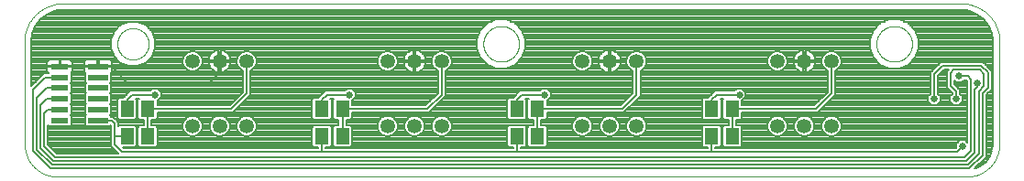
<source format=gbl>
G75*
%MOIN*%
%OFA0B0*%
%FSLAX25Y25*%
%IPPOS*%
%LPD*%
%AMOC8*
5,1,8,0,0,1.08239X$1,22.5*
%
%ADD10C,0.00000*%
%ADD11R,0.05118X0.05906*%
%ADD12R,0.07480X0.02362*%
%ADD13R,0.06496X0.02362*%
%ADD14C,0.05315*%
%ADD15C,0.00787*%
%ADD16C,0.02578*%
D10*
X0021079Y0005938D02*
X0351787Y0005938D01*
X0352072Y0005941D01*
X0352358Y0005952D01*
X0352643Y0005969D01*
X0352927Y0005993D01*
X0353211Y0006024D01*
X0353494Y0006062D01*
X0353775Y0006107D01*
X0354056Y0006158D01*
X0354336Y0006216D01*
X0354614Y0006281D01*
X0354890Y0006353D01*
X0355164Y0006431D01*
X0355437Y0006516D01*
X0355707Y0006608D01*
X0355975Y0006706D01*
X0356241Y0006810D01*
X0356504Y0006921D01*
X0356764Y0007038D01*
X0357022Y0007161D01*
X0357276Y0007291D01*
X0357527Y0007427D01*
X0357775Y0007568D01*
X0358019Y0007716D01*
X0358260Y0007869D01*
X0358496Y0008029D01*
X0358729Y0008194D01*
X0358958Y0008364D01*
X0359183Y0008540D01*
X0359403Y0008722D01*
X0359619Y0008908D01*
X0359830Y0009100D01*
X0360037Y0009297D01*
X0360239Y0009499D01*
X0360436Y0009706D01*
X0360628Y0009917D01*
X0360814Y0010133D01*
X0360996Y0010353D01*
X0361172Y0010578D01*
X0361342Y0010807D01*
X0361507Y0011040D01*
X0361667Y0011276D01*
X0361820Y0011517D01*
X0361968Y0011761D01*
X0362109Y0012009D01*
X0362245Y0012260D01*
X0362375Y0012514D01*
X0362498Y0012772D01*
X0362615Y0013032D01*
X0362726Y0013295D01*
X0362830Y0013561D01*
X0362928Y0013829D01*
X0363020Y0014099D01*
X0363105Y0014372D01*
X0363183Y0014646D01*
X0363255Y0014922D01*
X0363320Y0015200D01*
X0363378Y0015480D01*
X0363429Y0015761D01*
X0363474Y0016042D01*
X0363512Y0016325D01*
X0363543Y0016609D01*
X0363567Y0016893D01*
X0363584Y0017178D01*
X0363595Y0017464D01*
X0363598Y0017749D01*
X0363598Y0053182D01*
X0363598Y0053183D02*
X0363642Y0053516D01*
X0363677Y0053851D01*
X0363704Y0054186D01*
X0363724Y0054522D01*
X0363735Y0054858D01*
X0363738Y0055194D01*
X0363733Y0055530D01*
X0363720Y0055867D01*
X0363698Y0056202D01*
X0363669Y0056537D01*
X0363631Y0056872D01*
X0363586Y0057205D01*
X0363532Y0057537D01*
X0363470Y0057868D01*
X0363401Y0058197D01*
X0363323Y0058524D01*
X0363238Y0058849D01*
X0363144Y0059172D01*
X0363043Y0059493D01*
X0362935Y0059811D01*
X0362818Y0060127D01*
X0362694Y0060440D01*
X0362563Y0060749D01*
X0362424Y0061056D01*
X0362277Y0061358D01*
X0362124Y0061658D01*
X0361963Y0061953D01*
X0361795Y0062245D01*
X0361620Y0062532D01*
X0361438Y0062815D01*
X0361250Y0063093D01*
X0361054Y0063367D01*
X0360852Y0063636D01*
X0360644Y0063900D01*
X0360430Y0064159D01*
X0360209Y0064413D01*
X0359982Y0064662D01*
X0359749Y0064904D01*
X0359511Y0065142D01*
X0359266Y0065373D01*
X0359017Y0065598D01*
X0358762Y0065817D01*
X0358501Y0066030D01*
X0358236Y0066237D01*
X0357965Y0066437D01*
X0357690Y0066631D01*
X0357411Y0066817D01*
X0357127Y0066997D01*
X0356838Y0067171D01*
X0356546Y0067337D01*
X0356249Y0067496D01*
X0355949Y0067647D01*
X0355645Y0067792D01*
X0355338Y0067929D01*
X0355028Y0068059D01*
X0354714Y0068181D01*
X0354398Y0068295D01*
X0354079Y0068402D01*
X0353758Y0068501D01*
X0353434Y0068592D01*
X0353108Y0068676D01*
X0352780Y0068751D01*
X0352451Y0068819D01*
X0352120Y0068879D01*
X0351787Y0068930D01*
X0021079Y0068930D01*
X0020746Y0068879D01*
X0020415Y0068819D01*
X0020086Y0068751D01*
X0019758Y0068676D01*
X0019432Y0068592D01*
X0019108Y0068501D01*
X0018787Y0068402D01*
X0018468Y0068295D01*
X0018152Y0068181D01*
X0017838Y0068059D01*
X0017528Y0067929D01*
X0017221Y0067792D01*
X0016917Y0067647D01*
X0016617Y0067496D01*
X0016320Y0067337D01*
X0016028Y0067171D01*
X0015739Y0066997D01*
X0015455Y0066817D01*
X0015176Y0066631D01*
X0014901Y0066437D01*
X0014630Y0066237D01*
X0014365Y0066030D01*
X0014104Y0065817D01*
X0013849Y0065598D01*
X0013600Y0065373D01*
X0013355Y0065142D01*
X0013117Y0064904D01*
X0012884Y0064662D01*
X0012657Y0064413D01*
X0012436Y0064159D01*
X0012222Y0063900D01*
X0012014Y0063636D01*
X0011812Y0063367D01*
X0011616Y0063093D01*
X0011428Y0062815D01*
X0011246Y0062532D01*
X0011071Y0062245D01*
X0010903Y0061953D01*
X0010742Y0061658D01*
X0010589Y0061358D01*
X0010442Y0061056D01*
X0010303Y0060749D01*
X0010172Y0060440D01*
X0010048Y0060127D01*
X0009931Y0059811D01*
X0009823Y0059493D01*
X0009722Y0059172D01*
X0009628Y0058849D01*
X0009543Y0058524D01*
X0009465Y0058197D01*
X0009396Y0057868D01*
X0009334Y0057537D01*
X0009280Y0057205D01*
X0009235Y0056872D01*
X0009197Y0056537D01*
X0009168Y0056202D01*
X0009146Y0055867D01*
X0009133Y0055530D01*
X0009128Y0055194D01*
X0009131Y0054858D01*
X0009142Y0054522D01*
X0009162Y0054186D01*
X0009189Y0053851D01*
X0009224Y0053516D01*
X0009268Y0053183D01*
X0009268Y0053182D02*
X0009268Y0017749D01*
X0009271Y0017464D01*
X0009282Y0017178D01*
X0009299Y0016893D01*
X0009323Y0016609D01*
X0009354Y0016325D01*
X0009392Y0016042D01*
X0009437Y0015761D01*
X0009488Y0015480D01*
X0009546Y0015200D01*
X0009611Y0014922D01*
X0009683Y0014646D01*
X0009761Y0014372D01*
X0009846Y0014099D01*
X0009938Y0013829D01*
X0010036Y0013561D01*
X0010140Y0013295D01*
X0010251Y0013032D01*
X0010368Y0012772D01*
X0010491Y0012514D01*
X0010621Y0012260D01*
X0010757Y0012009D01*
X0010898Y0011761D01*
X0011046Y0011517D01*
X0011199Y0011276D01*
X0011359Y0011040D01*
X0011524Y0010807D01*
X0011694Y0010578D01*
X0011870Y0010353D01*
X0012052Y0010133D01*
X0012238Y0009917D01*
X0012430Y0009706D01*
X0012627Y0009499D01*
X0012829Y0009297D01*
X0013036Y0009100D01*
X0013247Y0008908D01*
X0013463Y0008722D01*
X0013683Y0008540D01*
X0013908Y0008364D01*
X0014137Y0008194D01*
X0014370Y0008029D01*
X0014606Y0007869D01*
X0014847Y0007716D01*
X0015091Y0007568D01*
X0015339Y0007427D01*
X0015590Y0007291D01*
X0015844Y0007161D01*
X0016102Y0007038D01*
X0016362Y0006921D01*
X0016625Y0006810D01*
X0016891Y0006706D01*
X0017159Y0006608D01*
X0017429Y0006516D01*
X0017702Y0006431D01*
X0017976Y0006353D01*
X0018252Y0006281D01*
X0018530Y0006216D01*
X0018810Y0006158D01*
X0019091Y0006107D01*
X0019372Y0006062D01*
X0019655Y0006024D01*
X0019939Y0005993D01*
X0020223Y0005969D01*
X0020508Y0005952D01*
X0020794Y0005941D01*
X0021079Y0005938D01*
X0042929Y0054363D02*
X0042931Y0054514D01*
X0042937Y0054664D01*
X0042947Y0054815D01*
X0042961Y0054965D01*
X0042979Y0055114D01*
X0043000Y0055264D01*
X0043026Y0055412D01*
X0043056Y0055560D01*
X0043089Y0055707D01*
X0043127Y0055853D01*
X0043168Y0055998D01*
X0043213Y0056142D01*
X0043262Y0056284D01*
X0043315Y0056425D01*
X0043371Y0056565D01*
X0043431Y0056703D01*
X0043494Y0056840D01*
X0043562Y0056975D01*
X0043632Y0057108D01*
X0043706Y0057239D01*
X0043784Y0057368D01*
X0043865Y0057495D01*
X0043949Y0057620D01*
X0044037Y0057743D01*
X0044128Y0057863D01*
X0044222Y0057981D01*
X0044319Y0058096D01*
X0044419Y0058209D01*
X0044522Y0058319D01*
X0044628Y0058426D01*
X0044737Y0058531D01*
X0044848Y0058632D01*
X0044962Y0058731D01*
X0045078Y0058826D01*
X0045198Y0058919D01*
X0045319Y0059008D01*
X0045443Y0059094D01*
X0045569Y0059177D01*
X0045697Y0059256D01*
X0045827Y0059332D01*
X0045959Y0059405D01*
X0046093Y0059473D01*
X0046229Y0059539D01*
X0046367Y0059601D01*
X0046506Y0059659D01*
X0046646Y0059713D01*
X0046788Y0059764D01*
X0046931Y0059811D01*
X0047076Y0059854D01*
X0047221Y0059893D01*
X0047368Y0059929D01*
X0047515Y0059960D01*
X0047663Y0059988D01*
X0047812Y0060012D01*
X0047961Y0060032D01*
X0048111Y0060048D01*
X0048261Y0060060D01*
X0048412Y0060068D01*
X0048563Y0060072D01*
X0048713Y0060072D01*
X0048864Y0060068D01*
X0049015Y0060060D01*
X0049165Y0060048D01*
X0049315Y0060032D01*
X0049464Y0060012D01*
X0049613Y0059988D01*
X0049761Y0059960D01*
X0049908Y0059929D01*
X0050055Y0059893D01*
X0050200Y0059854D01*
X0050345Y0059811D01*
X0050488Y0059764D01*
X0050630Y0059713D01*
X0050770Y0059659D01*
X0050909Y0059601D01*
X0051047Y0059539D01*
X0051183Y0059473D01*
X0051317Y0059405D01*
X0051449Y0059332D01*
X0051579Y0059256D01*
X0051707Y0059177D01*
X0051833Y0059094D01*
X0051957Y0059008D01*
X0052078Y0058919D01*
X0052198Y0058826D01*
X0052314Y0058731D01*
X0052428Y0058632D01*
X0052539Y0058531D01*
X0052648Y0058426D01*
X0052754Y0058319D01*
X0052857Y0058209D01*
X0052957Y0058096D01*
X0053054Y0057981D01*
X0053148Y0057863D01*
X0053239Y0057743D01*
X0053327Y0057620D01*
X0053411Y0057495D01*
X0053492Y0057368D01*
X0053570Y0057239D01*
X0053644Y0057108D01*
X0053714Y0056975D01*
X0053782Y0056840D01*
X0053845Y0056703D01*
X0053905Y0056565D01*
X0053961Y0056425D01*
X0054014Y0056284D01*
X0054063Y0056142D01*
X0054108Y0055998D01*
X0054149Y0055853D01*
X0054187Y0055707D01*
X0054220Y0055560D01*
X0054250Y0055412D01*
X0054276Y0055264D01*
X0054297Y0055114D01*
X0054315Y0054965D01*
X0054329Y0054815D01*
X0054339Y0054664D01*
X0054345Y0054514D01*
X0054347Y0054363D01*
X0054345Y0054212D01*
X0054339Y0054062D01*
X0054329Y0053911D01*
X0054315Y0053761D01*
X0054297Y0053612D01*
X0054276Y0053462D01*
X0054250Y0053314D01*
X0054220Y0053166D01*
X0054187Y0053019D01*
X0054149Y0052873D01*
X0054108Y0052728D01*
X0054063Y0052584D01*
X0054014Y0052442D01*
X0053961Y0052301D01*
X0053905Y0052161D01*
X0053845Y0052023D01*
X0053782Y0051886D01*
X0053714Y0051751D01*
X0053644Y0051618D01*
X0053570Y0051487D01*
X0053492Y0051358D01*
X0053411Y0051231D01*
X0053327Y0051106D01*
X0053239Y0050983D01*
X0053148Y0050863D01*
X0053054Y0050745D01*
X0052957Y0050630D01*
X0052857Y0050517D01*
X0052754Y0050407D01*
X0052648Y0050300D01*
X0052539Y0050195D01*
X0052428Y0050094D01*
X0052314Y0049995D01*
X0052198Y0049900D01*
X0052078Y0049807D01*
X0051957Y0049718D01*
X0051833Y0049632D01*
X0051707Y0049549D01*
X0051579Y0049470D01*
X0051449Y0049394D01*
X0051317Y0049321D01*
X0051183Y0049253D01*
X0051047Y0049187D01*
X0050909Y0049125D01*
X0050770Y0049067D01*
X0050630Y0049013D01*
X0050488Y0048962D01*
X0050345Y0048915D01*
X0050200Y0048872D01*
X0050055Y0048833D01*
X0049908Y0048797D01*
X0049761Y0048766D01*
X0049613Y0048738D01*
X0049464Y0048714D01*
X0049315Y0048694D01*
X0049165Y0048678D01*
X0049015Y0048666D01*
X0048864Y0048658D01*
X0048713Y0048654D01*
X0048563Y0048654D01*
X0048412Y0048658D01*
X0048261Y0048666D01*
X0048111Y0048678D01*
X0047961Y0048694D01*
X0047812Y0048714D01*
X0047663Y0048738D01*
X0047515Y0048766D01*
X0047368Y0048797D01*
X0047221Y0048833D01*
X0047076Y0048872D01*
X0046931Y0048915D01*
X0046788Y0048962D01*
X0046646Y0049013D01*
X0046506Y0049067D01*
X0046367Y0049125D01*
X0046229Y0049187D01*
X0046093Y0049253D01*
X0045959Y0049321D01*
X0045827Y0049394D01*
X0045697Y0049470D01*
X0045569Y0049549D01*
X0045443Y0049632D01*
X0045319Y0049718D01*
X0045198Y0049807D01*
X0045078Y0049900D01*
X0044962Y0049995D01*
X0044848Y0050094D01*
X0044737Y0050195D01*
X0044628Y0050300D01*
X0044522Y0050407D01*
X0044419Y0050517D01*
X0044319Y0050630D01*
X0044222Y0050745D01*
X0044128Y0050863D01*
X0044037Y0050983D01*
X0043949Y0051106D01*
X0043865Y0051231D01*
X0043784Y0051358D01*
X0043706Y0051487D01*
X0043632Y0051618D01*
X0043562Y0051751D01*
X0043494Y0051886D01*
X0043431Y0052023D01*
X0043371Y0052161D01*
X0043315Y0052301D01*
X0043262Y0052442D01*
X0043213Y0052584D01*
X0043168Y0052728D01*
X0043127Y0052873D01*
X0043089Y0053019D01*
X0043056Y0053166D01*
X0043026Y0053314D01*
X0043000Y0053462D01*
X0042979Y0053612D01*
X0042961Y0053761D01*
X0042947Y0053911D01*
X0042937Y0054062D01*
X0042931Y0054212D01*
X0042929Y0054363D01*
X0176000Y0054363D02*
X0176002Y0054524D01*
X0176008Y0054684D01*
X0176018Y0054845D01*
X0176032Y0055005D01*
X0176050Y0055164D01*
X0176071Y0055324D01*
X0176097Y0055482D01*
X0176127Y0055640D01*
X0176160Y0055797D01*
X0176198Y0055954D01*
X0176239Y0056109D01*
X0176284Y0056263D01*
X0176333Y0056416D01*
X0176386Y0056568D01*
X0176442Y0056718D01*
X0176502Y0056867D01*
X0176566Y0057015D01*
X0176633Y0057161D01*
X0176704Y0057305D01*
X0176779Y0057447D01*
X0176857Y0057588D01*
X0176938Y0057726D01*
X0177023Y0057863D01*
X0177112Y0057997D01*
X0177203Y0058129D01*
X0177298Y0058259D01*
X0177396Y0058386D01*
X0177497Y0058511D01*
X0177601Y0058634D01*
X0177708Y0058753D01*
X0177818Y0058870D01*
X0177931Y0058985D01*
X0178047Y0059096D01*
X0178165Y0059205D01*
X0178286Y0059310D01*
X0178410Y0059413D01*
X0178536Y0059513D01*
X0178665Y0059609D01*
X0178796Y0059702D01*
X0178929Y0059792D01*
X0179064Y0059879D01*
X0179202Y0059962D01*
X0179341Y0060041D01*
X0179483Y0060118D01*
X0179626Y0060191D01*
X0179771Y0060260D01*
X0179918Y0060325D01*
X0180066Y0060387D01*
X0180216Y0060446D01*
X0180367Y0060500D01*
X0180519Y0060551D01*
X0180673Y0060598D01*
X0180828Y0060641D01*
X0180983Y0060680D01*
X0181140Y0060716D01*
X0181298Y0060748D01*
X0181456Y0060775D01*
X0181615Y0060799D01*
X0181774Y0060819D01*
X0181934Y0060835D01*
X0182095Y0060847D01*
X0182255Y0060855D01*
X0182416Y0060859D01*
X0182576Y0060859D01*
X0182737Y0060855D01*
X0182897Y0060847D01*
X0183058Y0060835D01*
X0183218Y0060819D01*
X0183377Y0060799D01*
X0183536Y0060775D01*
X0183694Y0060748D01*
X0183852Y0060716D01*
X0184009Y0060680D01*
X0184164Y0060641D01*
X0184319Y0060598D01*
X0184473Y0060551D01*
X0184625Y0060500D01*
X0184776Y0060446D01*
X0184926Y0060387D01*
X0185074Y0060325D01*
X0185221Y0060260D01*
X0185366Y0060191D01*
X0185509Y0060118D01*
X0185651Y0060041D01*
X0185790Y0059962D01*
X0185928Y0059879D01*
X0186063Y0059792D01*
X0186196Y0059702D01*
X0186327Y0059609D01*
X0186456Y0059513D01*
X0186582Y0059413D01*
X0186706Y0059310D01*
X0186827Y0059205D01*
X0186945Y0059096D01*
X0187061Y0058985D01*
X0187174Y0058870D01*
X0187284Y0058753D01*
X0187391Y0058634D01*
X0187495Y0058511D01*
X0187596Y0058386D01*
X0187694Y0058259D01*
X0187789Y0058129D01*
X0187880Y0057997D01*
X0187969Y0057863D01*
X0188054Y0057726D01*
X0188135Y0057588D01*
X0188213Y0057447D01*
X0188288Y0057305D01*
X0188359Y0057161D01*
X0188426Y0057015D01*
X0188490Y0056867D01*
X0188550Y0056718D01*
X0188606Y0056568D01*
X0188659Y0056416D01*
X0188708Y0056263D01*
X0188753Y0056109D01*
X0188794Y0055954D01*
X0188832Y0055797D01*
X0188865Y0055640D01*
X0188895Y0055482D01*
X0188921Y0055324D01*
X0188942Y0055164D01*
X0188960Y0055005D01*
X0188974Y0054845D01*
X0188984Y0054684D01*
X0188990Y0054524D01*
X0188992Y0054363D01*
X0188990Y0054202D01*
X0188984Y0054042D01*
X0188974Y0053881D01*
X0188960Y0053721D01*
X0188942Y0053562D01*
X0188921Y0053402D01*
X0188895Y0053244D01*
X0188865Y0053086D01*
X0188832Y0052929D01*
X0188794Y0052772D01*
X0188753Y0052617D01*
X0188708Y0052463D01*
X0188659Y0052310D01*
X0188606Y0052158D01*
X0188550Y0052008D01*
X0188490Y0051859D01*
X0188426Y0051711D01*
X0188359Y0051565D01*
X0188288Y0051421D01*
X0188213Y0051279D01*
X0188135Y0051138D01*
X0188054Y0051000D01*
X0187969Y0050863D01*
X0187880Y0050729D01*
X0187789Y0050597D01*
X0187694Y0050467D01*
X0187596Y0050340D01*
X0187495Y0050215D01*
X0187391Y0050092D01*
X0187284Y0049973D01*
X0187174Y0049856D01*
X0187061Y0049741D01*
X0186945Y0049630D01*
X0186827Y0049521D01*
X0186706Y0049416D01*
X0186582Y0049313D01*
X0186456Y0049213D01*
X0186327Y0049117D01*
X0186196Y0049024D01*
X0186063Y0048934D01*
X0185928Y0048847D01*
X0185790Y0048764D01*
X0185651Y0048685D01*
X0185509Y0048608D01*
X0185366Y0048535D01*
X0185221Y0048466D01*
X0185074Y0048401D01*
X0184926Y0048339D01*
X0184776Y0048280D01*
X0184625Y0048226D01*
X0184473Y0048175D01*
X0184319Y0048128D01*
X0184164Y0048085D01*
X0184009Y0048046D01*
X0183852Y0048010D01*
X0183694Y0047978D01*
X0183536Y0047951D01*
X0183377Y0047927D01*
X0183218Y0047907D01*
X0183058Y0047891D01*
X0182897Y0047879D01*
X0182737Y0047871D01*
X0182576Y0047867D01*
X0182416Y0047867D01*
X0182255Y0047871D01*
X0182095Y0047879D01*
X0181934Y0047891D01*
X0181774Y0047907D01*
X0181615Y0047927D01*
X0181456Y0047951D01*
X0181298Y0047978D01*
X0181140Y0048010D01*
X0180983Y0048046D01*
X0180828Y0048085D01*
X0180673Y0048128D01*
X0180519Y0048175D01*
X0180367Y0048226D01*
X0180216Y0048280D01*
X0180066Y0048339D01*
X0179918Y0048401D01*
X0179771Y0048466D01*
X0179626Y0048535D01*
X0179483Y0048608D01*
X0179341Y0048685D01*
X0179202Y0048764D01*
X0179064Y0048847D01*
X0178929Y0048934D01*
X0178796Y0049024D01*
X0178665Y0049117D01*
X0178536Y0049213D01*
X0178410Y0049313D01*
X0178286Y0049416D01*
X0178165Y0049521D01*
X0178047Y0049630D01*
X0177931Y0049741D01*
X0177818Y0049856D01*
X0177708Y0049973D01*
X0177601Y0050092D01*
X0177497Y0050215D01*
X0177396Y0050340D01*
X0177298Y0050467D01*
X0177203Y0050597D01*
X0177112Y0050729D01*
X0177023Y0050863D01*
X0176938Y0051000D01*
X0176857Y0051138D01*
X0176779Y0051279D01*
X0176704Y0051421D01*
X0176633Y0051565D01*
X0176566Y0051711D01*
X0176502Y0051859D01*
X0176442Y0052008D01*
X0176386Y0052158D01*
X0176333Y0052310D01*
X0176284Y0052463D01*
X0176239Y0052617D01*
X0176198Y0052772D01*
X0176160Y0052929D01*
X0176127Y0053086D01*
X0176097Y0053244D01*
X0176071Y0053402D01*
X0176050Y0053562D01*
X0176032Y0053721D01*
X0176018Y0053881D01*
X0176008Y0054042D01*
X0176002Y0054202D01*
X0176000Y0054363D01*
X0318913Y0054363D02*
X0318915Y0054524D01*
X0318921Y0054684D01*
X0318931Y0054845D01*
X0318945Y0055005D01*
X0318963Y0055164D01*
X0318984Y0055324D01*
X0319010Y0055482D01*
X0319040Y0055640D01*
X0319073Y0055797D01*
X0319111Y0055954D01*
X0319152Y0056109D01*
X0319197Y0056263D01*
X0319246Y0056416D01*
X0319299Y0056568D01*
X0319355Y0056718D01*
X0319415Y0056867D01*
X0319479Y0057015D01*
X0319546Y0057161D01*
X0319617Y0057305D01*
X0319692Y0057447D01*
X0319770Y0057588D01*
X0319851Y0057726D01*
X0319936Y0057863D01*
X0320025Y0057997D01*
X0320116Y0058129D01*
X0320211Y0058259D01*
X0320309Y0058386D01*
X0320410Y0058511D01*
X0320514Y0058634D01*
X0320621Y0058753D01*
X0320731Y0058870D01*
X0320844Y0058985D01*
X0320960Y0059096D01*
X0321078Y0059205D01*
X0321199Y0059310D01*
X0321323Y0059413D01*
X0321449Y0059513D01*
X0321578Y0059609D01*
X0321709Y0059702D01*
X0321842Y0059792D01*
X0321977Y0059879D01*
X0322115Y0059962D01*
X0322254Y0060041D01*
X0322396Y0060118D01*
X0322539Y0060191D01*
X0322684Y0060260D01*
X0322831Y0060325D01*
X0322979Y0060387D01*
X0323129Y0060446D01*
X0323280Y0060500D01*
X0323432Y0060551D01*
X0323586Y0060598D01*
X0323741Y0060641D01*
X0323896Y0060680D01*
X0324053Y0060716D01*
X0324211Y0060748D01*
X0324369Y0060775D01*
X0324528Y0060799D01*
X0324687Y0060819D01*
X0324847Y0060835D01*
X0325008Y0060847D01*
X0325168Y0060855D01*
X0325329Y0060859D01*
X0325489Y0060859D01*
X0325650Y0060855D01*
X0325810Y0060847D01*
X0325971Y0060835D01*
X0326131Y0060819D01*
X0326290Y0060799D01*
X0326449Y0060775D01*
X0326607Y0060748D01*
X0326765Y0060716D01*
X0326922Y0060680D01*
X0327077Y0060641D01*
X0327232Y0060598D01*
X0327386Y0060551D01*
X0327538Y0060500D01*
X0327689Y0060446D01*
X0327839Y0060387D01*
X0327987Y0060325D01*
X0328134Y0060260D01*
X0328279Y0060191D01*
X0328422Y0060118D01*
X0328564Y0060041D01*
X0328703Y0059962D01*
X0328841Y0059879D01*
X0328976Y0059792D01*
X0329109Y0059702D01*
X0329240Y0059609D01*
X0329369Y0059513D01*
X0329495Y0059413D01*
X0329619Y0059310D01*
X0329740Y0059205D01*
X0329858Y0059096D01*
X0329974Y0058985D01*
X0330087Y0058870D01*
X0330197Y0058753D01*
X0330304Y0058634D01*
X0330408Y0058511D01*
X0330509Y0058386D01*
X0330607Y0058259D01*
X0330702Y0058129D01*
X0330793Y0057997D01*
X0330882Y0057863D01*
X0330967Y0057726D01*
X0331048Y0057588D01*
X0331126Y0057447D01*
X0331201Y0057305D01*
X0331272Y0057161D01*
X0331339Y0057015D01*
X0331403Y0056867D01*
X0331463Y0056718D01*
X0331519Y0056568D01*
X0331572Y0056416D01*
X0331621Y0056263D01*
X0331666Y0056109D01*
X0331707Y0055954D01*
X0331745Y0055797D01*
X0331778Y0055640D01*
X0331808Y0055482D01*
X0331834Y0055324D01*
X0331855Y0055164D01*
X0331873Y0055005D01*
X0331887Y0054845D01*
X0331897Y0054684D01*
X0331903Y0054524D01*
X0331905Y0054363D01*
X0331903Y0054202D01*
X0331897Y0054042D01*
X0331887Y0053881D01*
X0331873Y0053721D01*
X0331855Y0053562D01*
X0331834Y0053402D01*
X0331808Y0053244D01*
X0331778Y0053086D01*
X0331745Y0052929D01*
X0331707Y0052772D01*
X0331666Y0052617D01*
X0331621Y0052463D01*
X0331572Y0052310D01*
X0331519Y0052158D01*
X0331463Y0052008D01*
X0331403Y0051859D01*
X0331339Y0051711D01*
X0331272Y0051565D01*
X0331201Y0051421D01*
X0331126Y0051279D01*
X0331048Y0051138D01*
X0330967Y0051000D01*
X0330882Y0050863D01*
X0330793Y0050729D01*
X0330702Y0050597D01*
X0330607Y0050467D01*
X0330509Y0050340D01*
X0330408Y0050215D01*
X0330304Y0050092D01*
X0330197Y0049973D01*
X0330087Y0049856D01*
X0329974Y0049741D01*
X0329858Y0049630D01*
X0329740Y0049521D01*
X0329619Y0049416D01*
X0329495Y0049313D01*
X0329369Y0049213D01*
X0329240Y0049117D01*
X0329109Y0049024D01*
X0328976Y0048934D01*
X0328841Y0048847D01*
X0328703Y0048764D01*
X0328564Y0048685D01*
X0328422Y0048608D01*
X0328279Y0048535D01*
X0328134Y0048466D01*
X0327987Y0048401D01*
X0327839Y0048339D01*
X0327689Y0048280D01*
X0327538Y0048226D01*
X0327386Y0048175D01*
X0327232Y0048128D01*
X0327077Y0048085D01*
X0326922Y0048046D01*
X0326765Y0048010D01*
X0326607Y0047978D01*
X0326449Y0047951D01*
X0326290Y0047927D01*
X0326131Y0047907D01*
X0325971Y0047891D01*
X0325810Y0047879D01*
X0325650Y0047871D01*
X0325489Y0047867D01*
X0325329Y0047867D01*
X0325168Y0047871D01*
X0325008Y0047879D01*
X0324847Y0047891D01*
X0324687Y0047907D01*
X0324528Y0047927D01*
X0324369Y0047951D01*
X0324211Y0047978D01*
X0324053Y0048010D01*
X0323896Y0048046D01*
X0323741Y0048085D01*
X0323586Y0048128D01*
X0323432Y0048175D01*
X0323280Y0048226D01*
X0323129Y0048280D01*
X0322979Y0048339D01*
X0322831Y0048401D01*
X0322684Y0048466D01*
X0322539Y0048535D01*
X0322396Y0048608D01*
X0322254Y0048685D01*
X0322115Y0048764D01*
X0321977Y0048847D01*
X0321842Y0048934D01*
X0321709Y0049024D01*
X0321578Y0049117D01*
X0321449Y0049213D01*
X0321323Y0049313D01*
X0321199Y0049416D01*
X0321078Y0049521D01*
X0320960Y0049630D01*
X0320844Y0049741D01*
X0320731Y0049856D01*
X0320621Y0049973D01*
X0320514Y0050092D01*
X0320410Y0050215D01*
X0320309Y0050340D01*
X0320211Y0050467D01*
X0320116Y0050597D01*
X0320025Y0050729D01*
X0319936Y0050863D01*
X0319851Y0051000D01*
X0319770Y0051138D01*
X0319692Y0051279D01*
X0319617Y0051421D01*
X0319546Y0051565D01*
X0319479Y0051711D01*
X0319415Y0051859D01*
X0319355Y0052008D01*
X0319299Y0052158D01*
X0319246Y0052310D01*
X0319197Y0052463D01*
X0319152Y0052617D01*
X0319111Y0052772D01*
X0319073Y0052929D01*
X0319040Y0053086D01*
X0319010Y0053244D01*
X0318984Y0053402D01*
X0318963Y0053562D01*
X0318945Y0053721D01*
X0318931Y0053881D01*
X0318921Y0054042D01*
X0318915Y0054202D01*
X0318913Y0054363D01*
D11*
X0266512Y0030663D03*
X0259031Y0030663D03*
X0259031Y0020584D03*
X0266512Y0020584D03*
X0195646Y0020584D03*
X0188165Y0020584D03*
X0188165Y0030663D03*
X0195646Y0030663D03*
X0124780Y0030663D03*
X0117299Y0030663D03*
X0117299Y0020584D03*
X0124780Y0020584D03*
X0053913Y0020584D03*
X0046433Y0020584D03*
X0046433Y0030663D03*
X0053913Y0030663D03*
D12*
X0035941Y0030348D03*
X0035941Y0034285D03*
X0035941Y0038222D03*
X0035941Y0042159D03*
X0035941Y0046096D03*
X0035941Y0026411D03*
D13*
X0021965Y0026411D03*
X0021965Y0030348D03*
X0021965Y0034285D03*
X0021965Y0038222D03*
X0021965Y0042159D03*
X0021965Y0046096D03*
D14*
X0070291Y0048064D03*
X0080134Y0048064D03*
X0089976Y0048064D03*
X0141157Y0048064D03*
X0151000Y0048064D03*
X0160843Y0048064D03*
X0212024Y0048064D03*
X0221866Y0048064D03*
X0231709Y0048064D03*
X0282890Y0048064D03*
X0292732Y0048064D03*
X0302575Y0048064D03*
X0302575Y0024442D03*
X0292732Y0024442D03*
X0282890Y0024442D03*
X0231709Y0024442D03*
X0221866Y0024442D03*
X0212024Y0024442D03*
X0160843Y0024442D03*
X0151000Y0024442D03*
X0141157Y0024442D03*
X0089976Y0024442D03*
X0080134Y0024442D03*
X0070291Y0024442D03*
D15*
X0066813Y0025586D02*
X0055301Y0025586D01*
X0055301Y0024800D02*
X0066640Y0024800D01*
X0066640Y0025168D02*
X0066640Y0023716D01*
X0067196Y0022374D01*
X0068223Y0021347D01*
X0069565Y0020791D01*
X0071018Y0020791D01*
X0072360Y0021347D01*
X0073387Y0022374D01*
X0073943Y0023716D01*
X0073943Y0025168D01*
X0073387Y0026510D01*
X0072360Y0027537D01*
X0071018Y0028093D01*
X0069565Y0028093D01*
X0068223Y0027537D01*
X0067196Y0026510D01*
X0066640Y0025168D01*
X0067139Y0026372D02*
X0055301Y0026372D01*
X0055301Y0026716D02*
X0056884Y0026716D01*
X0057466Y0027298D01*
X0057466Y0029275D01*
X0084961Y0029275D01*
X0090551Y0034866D01*
X0091364Y0035679D01*
X0091364Y0044687D01*
X0092045Y0044969D01*
X0093072Y0045996D01*
X0093628Y0047338D01*
X0093628Y0048790D01*
X0093072Y0050132D01*
X0092045Y0051160D01*
X0090703Y0051715D01*
X0089250Y0051715D01*
X0087908Y0051160D01*
X0086881Y0050132D01*
X0086325Y0048790D01*
X0086325Y0047338D01*
X0086881Y0045996D01*
X0087908Y0044969D01*
X0088589Y0044687D01*
X0088589Y0036828D01*
X0083811Y0032050D01*
X0057466Y0032050D01*
X0057466Y0033586D01*
X0058794Y0034914D01*
X0058794Y0036805D01*
X0057457Y0038142D01*
X0055566Y0038142D01*
X0054671Y0037247D01*
X0047669Y0037247D01*
X0045046Y0034623D01*
X0045046Y0034609D01*
X0043462Y0034609D01*
X0042880Y0034027D01*
X0042880Y0027298D01*
X0043462Y0026716D01*
X0049404Y0026716D01*
X0049986Y0027298D01*
X0049986Y0034027D01*
X0049541Y0034472D01*
X0050806Y0034472D01*
X0050361Y0034027D01*
X0050361Y0027298D01*
X0050943Y0026716D01*
X0052526Y0026716D01*
X0052526Y0024530D01*
X0050943Y0024530D01*
X0050361Y0023948D01*
X0050361Y0017220D01*
X0050943Y0016637D01*
X0056884Y0016637D01*
X0057466Y0017220D01*
X0057466Y0023948D01*
X0056884Y0024530D01*
X0055301Y0024530D01*
X0055301Y0026716D01*
X0057326Y0027158D02*
X0067844Y0027158D01*
X0069204Y0027944D02*
X0057466Y0027944D01*
X0057466Y0028730D02*
X0113746Y0028730D01*
X0113746Y0029516D02*
X0085201Y0029516D01*
X0085987Y0030302D02*
X0113746Y0030302D01*
X0113746Y0031087D02*
X0086773Y0031087D01*
X0087559Y0031873D02*
X0113746Y0031873D01*
X0113746Y0032659D02*
X0088345Y0032659D01*
X0089130Y0033445D02*
X0113746Y0033445D01*
X0113746Y0034027D02*
X0113746Y0027298D01*
X0114329Y0026716D01*
X0120270Y0026716D01*
X0120852Y0027298D01*
X0120852Y0034027D01*
X0120407Y0034472D01*
X0121672Y0034472D01*
X0121227Y0034027D01*
X0121227Y0027298D01*
X0121809Y0026716D01*
X0123392Y0026716D01*
X0123392Y0024530D01*
X0121809Y0024530D01*
X0121227Y0023948D01*
X0121227Y0017220D01*
X0121809Y0016637D01*
X0127750Y0016637D01*
X0128332Y0017220D01*
X0128332Y0023948D01*
X0127750Y0024530D01*
X0126167Y0024530D01*
X0126167Y0026716D01*
X0127750Y0026716D01*
X0128332Y0027298D01*
X0128332Y0029275D01*
X0156220Y0029275D01*
X0161417Y0034472D01*
X0162230Y0035285D01*
X0162230Y0044687D01*
X0162911Y0044969D01*
X0163938Y0045996D01*
X0164494Y0047338D01*
X0164494Y0048790D01*
X0163938Y0050132D01*
X0162911Y0051160D01*
X0161569Y0051715D01*
X0160116Y0051715D01*
X0158774Y0051160D01*
X0157747Y0050132D01*
X0157191Y0048790D01*
X0157191Y0047338D01*
X0157747Y0045996D01*
X0158774Y0044969D01*
X0159455Y0044687D01*
X0159455Y0036434D01*
X0155071Y0032050D01*
X0128332Y0032050D01*
X0128332Y0033586D01*
X0129661Y0034914D01*
X0129661Y0036805D01*
X0128323Y0038142D01*
X0126432Y0038142D01*
X0125537Y0037247D01*
X0118536Y0037247D01*
X0115912Y0034623D01*
X0115912Y0034609D01*
X0114329Y0034609D01*
X0113746Y0034027D01*
X0113951Y0034231D02*
X0089916Y0034231D01*
X0090702Y0035017D02*
X0116306Y0035017D01*
X0117092Y0035803D02*
X0091364Y0035803D01*
X0091364Y0036589D02*
X0117877Y0036589D01*
X0119110Y0035859D02*
X0117299Y0034048D01*
X0117299Y0030663D01*
X0120852Y0030302D02*
X0121227Y0030302D01*
X0121227Y0031087D02*
X0120852Y0031087D01*
X0120852Y0031873D02*
X0121227Y0031873D01*
X0121227Y0032659D02*
X0120852Y0032659D01*
X0120852Y0033445D02*
X0121227Y0033445D01*
X0121431Y0034231D02*
X0120648Y0034231D01*
X0119110Y0035859D02*
X0127378Y0035859D01*
X0129661Y0035803D02*
X0158824Y0035803D01*
X0159455Y0036589D02*
X0129661Y0036589D01*
X0129091Y0037375D02*
X0159455Y0037375D01*
X0159455Y0038161D02*
X0091364Y0038161D01*
X0091364Y0038947D02*
X0159455Y0038947D01*
X0159455Y0039732D02*
X0091364Y0039732D01*
X0091364Y0040518D02*
X0159455Y0040518D01*
X0159455Y0041304D02*
X0091364Y0041304D01*
X0091364Y0042090D02*
X0159455Y0042090D01*
X0159455Y0042876D02*
X0091364Y0042876D01*
X0091364Y0043662D02*
X0159455Y0043662D01*
X0159455Y0044448D02*
X0152856Y0044448D01*
X0152919Y0044474D02*
X0153582Y0044917D01*
X0154147Y0045482D01*
X0154590Y0046145D01*
X0154895Y0046883D01*
X0155051Y0047665D01*
X0155051Y0047671D01*
X0151394Y0047671D01*
X0151394Y0048458D01*
X0155051Y0048458D01*
X0155051Y0048463D01*
X0154895Y0049246D01*
X0154590Y0049983D01*
X0154147Y0050647D01*
X0153582Y0051211D01*
X0152919Y0051654D01*
X0152182Y0051960D01*
X0151399Y0052115D01*
X0151394Y0052115D01*
X0151394Y0048458D01*
X0150606Y0048458D01*
X0150606Y0047671D01*
X0146949Y0047671D01*
X0146949Y0047665D01*
X0147105Y0046883D01*
X0147410Y0046145D01*
X0147853Y0045482D01*
X0148418Y0044917D01*
X0149081Y0044474D01*
X0149818Y0044169D01*
X0150601Y0044013D01*
X0150606Y0044013D01*
X0150606Y0047670D01*
X0151394Y0047670D01*
X0151394Y0044013D01*
X0151399Y0044013D01*
X0152182Y0044169D01*
X0152919Y0044474D01*
X0153899Y0045234D02*
X0158509Y0045234D01*
X0157737Y0046020D02*
X0154506Y0046020D01*
X0154864Y0046806D02*
X0157412Y0046806D01*
X0157191Y0047592D02*
X0155037Y0047592D01*
X0157191Y0048378D02*
X0151394Y0048378D01*
X0151394Y0049163D02*
X0150606Y0049163D01*
X0150606Y0048458D02*
X0150606Y0052115D01*
X0150601Y0052115D01*
X0149818Y0051960D01*
X0149081Y0051654D01*
X0148418Y0051211D01*
X0147853Y0050647D01*
X0147410Y0049983D01*
X0147105Y0049246D01*
X0146949Y0048463D01*
X0146949Y0048458D01*
X0150606Y0048458D01*
X0150606Y0048378D02*
X0144809Y0048378D01*
X0144809Y0048790D02*
X0144809Y0047338D01*
X0144253Y0045996D01*
X0143226Y0044969D01*
X0141884Y0044413D01*
X0140431Y0044413D01*
X0139089Y0044969D01*
X0138062Y0045996D01*
X0137506Y0047338D01*
X0137506Y0048790D01*
X0138062Y0050132D01*
X0139089Y0051160D01*
X0140431Y0051715D01*
X0141884Y0051715D01*
X0143226Y0051160D01*
X0144253Y0050132D01*
X0144809Y0048790D01*
X0144654Y0049163D02*
X0147088Y0049163D01*
X0147396Y0049949D02*
X0144329Y0049949D01*
X0143650Y0050735D02*
X0147942Y0050735D01*
X0148882Y0051521D02*
X0142353Y0051521D01*
X0139962Y0051521D02*
X0091172Y0051521D01*
X0092469Y0050735D02*
X0138665Y0050735D01*
X0137986Y0049949D02*
X0093148Y0049949D01*
X0093473Y0049163D02*
X0137661Y0049163D01*
X0137506Y0048378D02*
X0093628Y0048378D01*
X0093628Y0047592D02*
X0137506Y0047592D01*
X0137727Y0046806D02*
X0093407Y0046806D01*
X0093082Y0046020D02*
X0138052Y0046020D01*
X0138824Y0045234D02*
X0092310Y0045234D01*
X0091364Y0044448D02*
X0140347Y0044448D01*
X0141968Y0044448D02*
X0149144Y0044448D01*
X0148101Y0045234D02*
X0143491Y0045234D01*
X0144263Y0046020D02*
X0147494Y0046020D01*
X0147136Y0046806D02*
X0144588Y0046806D01*
X0144809Y0047592D02*
X0146963Y0047592D01*
X0150606Y0047592D02*
X0151394Y0047592D01*
X0151394Y0046806D02*
X0150606Y0046806D01*
X0150606Y0046020D02*
X0151394Y0046020D01*
X0151394Y0045234D02*
X0150606Y0045234D01*
X0150606Y0044448D02*
X0151394Y0044448D01*
X0162230Y0044448D02*
X0211213Y0044448D01*
X0211297Y0044413D02*
X0212750Y0044413D01*
X0214092Y0044969D01*
X0215119Y0045996D01*
X0215675Y0047338D01*
X0215675Y0048790D01*
X0215119Y0050132D01*
X0214092Y0051160D01*
X0212750Y0051715D01*
X0211297Y0051715D01*
X0209955Y0051160D01*
X0208928Y0050132D01*
X0208372Y0048790D01*
X0208372Y0047338D01*
X0208928Y0045996D01*
X0209955Y0044969D01*
X0211297Y0044413D01*
X0212834Y0044448D02*
X0220010Y0044448D01*
X0219947Y0044474D02*
X0220684Y0044169D01*
X0221467Y0044013D01*
X0221472Y0044013D01*
X0221472Y0047670D01*
X0222260Y0047670D01*
X0222260Y0044013D01*
X0222265Y0044013D01*
X0223048Y0044169D01*
X0223785Y0044474D01*
X0224449Y0044917D01*
X0225013Y0045482D01*
X0225456Y0046145D01*
X0225762Y0046883D01*
X0225917Y0047665D01*
X0225917Y0047671D01*
X0222260Y0047671D01*
X0222260Y0048458D01*
X0225917Y0048458D01*
X0225917Y0048463D01*
X0225762Y0049246D01*
X0225456Y0049983D01*
X0225013Y0050647D01*
X0224449Y0051211D01*
X0223785Y0051654D01*
X0223048Y0051960D01*
X0222265Y0052115D01*
X0222260Y0052115D01*
X0222260Y0048458D01*
X0221472Y0048458D01*
X0221472Y0047671D01*
X0217815Y0047671D01*
X0217815Y0047665D01*
X0217971Y0046883D01*
X0218276Y0046145D01*
X0218719Y0045482D01*
X0219284Y0044917D01*
X0219947Y0044474D01*
X0218967Y0045234D02*
X0214357Y0045234D01*
X0215129Y0046020D02*
X0218360Y0046020D01*
X0218002Y0046806D02*
X0215454Y0046806D01*
X0215675Y0047592D02*
X0217830Y0047592D01*
X0217815Y0048458D02*
X0221472Y0048458D01*
X0221472Y0052115D01*
X0221467Y0052115D01*
X0220684Y0051960D01*
X0219947Y0051654D01*
X0219284Y0051211D01*
X0218719Y0050647D01*
X0218276Y0049983D01*
X0217971Y0049246D01*
X0217815Y0048463D01*
X0217815Y0048458D01*
X0217954Y0049163D02*
X0215520Y0049163D01*
X0215675Y0048378D02*
X0221472Y0048378D01*
X0221472Y0049163D02*
X0222260Y0049163D01*
X0222260Y0048378D02*
X0228057Y0048378D01*
X0228057Y0048790D02*
X0228057Y0047338D01*
X0228613Y0045996D01*
X0229640Y0044969D01*
X0230321Y0044687D01*
X0230321Y0036434D01*
X0225937Y0032050D01*
X0199198Y0032050D01*
X0199198Y0033586D01*
X0200527Y0034914D01*
X0200527Y0036805D01*
X0199190Y0038142D01*
X0197299Y0038142D01*
X0196403Y0037247D01*
X0189402Y0037247D01*
X0186778Y0034623D01*
X0186778Y0034609D01*
X0185195Y0034609D01*
X0184613Y0034027D01*
X0184613Y0027298D01*
X0185195Y0026716D01*
X0191136Y0026716D01*
X0191718Y0027298D01*
X0191718Y0034027D01*
X0191273Y0034472D01*
X0192538Y0034472D01*
X0192093Y0034027D01*
X0192093Y0027298D01*
X0192675Y0026716D01*
X0194258Y0026716D01*
X0194258Y0024530D01*
X0192675Y0024530D01*
X0192093Y0023948D01*
X0192093Y0017220D01*
X0192675Y0016637D01*
X0198616Y0016637D01*
X0199198Y0017220D01*
X0199198Y0023948D01*
X0198616Y0024530D01*
X0197033Y0024530D01*
X0197033Y0026716D01*
X0198616Y0026716D01*
X0199198Y0027298D01*
X0199198Y0029275D01*
X0227086Y0029275D01*
X0232283Y0034472D01*
X0233096Y0035285D01*
X0233096Y0044687D01*
X0233777Y0044969D01*
X0234804Y0045996D01*
X0235360Y0047338D01*
X0235360Y0048790D01*
X0234804Y0050132D01*
X0233777Y0051160D01*
X0232435Y0051715D01*
X0230982Y0051715D01*
X0229640Y0051160D01*
X0228613Y0050132D01*
X0228057Y0048790D01*
X0228212Y0049163D02*
X0225778Y0049163D01*
X0225470Y0049949D02*
X0228538Y0049949D01*
X0229216Y0050735D02*
X0224924Y0050735D01*
X0223984Y0051521D02*
X0230514Y0051521D01*
X0232904Y0051521D02*
X0281695Y0051521D01*
X0282163Y0051715D02*
X0280822Y0051160D01*
X0279794Y0050132D01*
X0279239Y0048790D01*
X0279239Y0047338D01*
X0279794Y0045996D01*
X0280822Y0044969D01*
X0282163Y0044413D01*
X0283616Y0044413D01*
X0284958Y0044969D01*
X0285985Y0045996D01*
X0286541Y0047338D01*
X0286541Y0048790D01*
X0285985Y0050132D01*
X0284958Y0051160D01*
X0283616Y0051715D01*
X0282163Y0051715D01*
X0284085Y0051521D02*
X0290614Y0051521D01*
X0290813Y0051654D02*
X0290150Y0051211D01*
X0289586Y0050647D01*
X0289142Y0049983D01*
X0288837Y0049246D01*
X0288681Y0048463D01*
X0288681Y0048458D01*
X0292339Y0048458D01*
X0292339Y0052115D01*
X0292333Y0052115D01*
X0291551Y0051960D01*
X0290813Y0051654D01*
X0292339Y0051521D02*
X0293126Y0051521D01*
X0293131Y0052115D02*
X0293126Y0052115D01*
X0293126Y0048458D01*
X0292339Y0048458D01*
X0292339Y0047671D01*
X0292339Y0047670D02*
X0293126Y0047670D01*
X0293126Y0044013D01*
X0293131Y0044013D01*
X0293914Y0044169D01*
X0294651Y0044474D01*
X0295315Y0044917D01*
X0295879Y0045482D01*
X0296322Y0046145D01*
X0296628Y0046883D01*
X0296783Y0047665D01*
X0296783Y0047671D01*
X0293126Y0047671D01*
X0293126Y0048458D01*
X0296783Y0048458D01*
X0296783Y0048463D01*
X0296628Y0049246D01*
X0296322Y0049983D01*
X0295879Y0050647D01*
X0295315Y0051211D01*
X0294651Y0051654D01*
X0293914Y0051960D01*
X0293131Y0052115D01*
X0294850Y0051521D02*
X0301380Y0051521D01*
X0301849Y0051715D02*
X0300507Y0051160D01*
X0299479Y0050132D01*
X0298924Y0048790D01*
X0298924Y0047338D01*
X0299479Y0045996D01*
X0300507Y0044969D01*
X0301187Y0044687D01*
X0301187Y0036828D01*
X0296410Y0032050D01*
X0270065Y0032050D01*
X0270065Y0033586D01*
X0271393Y0034914D01*
X0271393Y0036805D01*
X0270056Y0038142D01*
X0268165Y0038142D01*
X0267269Y0037247D01*
X0260268Y0037247D01*
X0257644Y0034623D01*
X0257644Y0034609D01*
X0256061Y0034609D01*
X0255479Y0034027D01*
X0255479Y0027298D01*
X0256061Y0026716D01*
X0262002Y0026716D01*
X0262584Y0027298D01*
X0262584Y0034027D01*
X0262139Y0034472D01*
X0263404Y0034472D01*
X0262959Y0034027D01*
X0262959Y0027298D01*
X0263541Y0026716D01*
X0265124Y0026716D01*
X0265124Y0024530D01*
X0263541Y0024530D01*
X0262959Y0023948D01*
X0262959Y0017220D01*
X0263541Y0016637D01*
X0269482Y0016637D01*
X0270065Y0017220D01*
X0270065Y0023948D01*
X0269482Y0024530D01*
X0267899Y0024530D01*
X0267899Y0026716D01*
X0269482Y0026716D01*
X0270065Y0027298D01*
X0270065Y0029275D01*
X0297559Y0029275D01*
X0303149Y0034866D01*
X0303962Y0035679D01*
X0303962Y0044687D01*
X0304643Y0044969D01*
X0305670Y0045996D01*
X0306226Y0047338D01*
X0306226Y0048790D01*
X0305670Y0050132D01*
X0304643Y0051160D01*
X0303301Y0051715D01*
X0301849Y0051715D01*
X0303770Y0051521D02*
X0316965Y0051521D01*
X0317290Y0050735D02*
X0305067Y0050735D01*
X0305746Y0049949D02*
X0317616Y0049949D01*
X0317873Y0049328D02*
X0320374Y0046827D01*
X0323641Y0045474D01*
X0327178Y0045474D01*
X0330445Y0046827D01*
X0332946Y0049328D01*
X0334299Y0052595D01*
X0334299Y0056132D01*
X0332946Y0059399D01*
X0330445Y0061900D01*
X0327178Y0063253D01*
X0323641Y0063253D01*
X0320374Y0061900D01*
X0317873Y0059399D01*
X0316520Y0056132D01*
X0316520Y0052595D01*
X0317873Y0049328D01*
X0318037Y0049163D02*
X0306071Y0049163D01*
X0306226Y0048378D02*
X0318823Y0048378D01*
X0319609Y0047592D02*
X0306226Y0047592D01*
X0306006Y0046806D02*
X0320425Y0046806D01*
X0322323Y0046020D02*
X0305680Y0046020D01*
X0304908Y0045234D02*
X0339908Y0045234D01*
X0339402Y0044727D02*
X0338589Y0043914D01*
X0338589Y0036125D01*
X0337694Y0035230D01*
X0337694Y0033339D01*
X0339031Y0032002D01*
X0340922Y0032002D01*
X0342259Y0033339D01*
X0342259Y0035230D01*
X0341364Y0036125D01*
X0341364Y0042765D01*
X0343513Y0044915D01*
X0345101Y0044915D01*
X0344494Y0044308D01*
X0344494Y0038434D01*
X0345307Y0037622D01*
X0346463Y0036466D01*
X0346463Y0036125D01*
X0345568Y0035230D01*
X0345568Y0033339D01*
X0346905Y0032002D01*
X0348796Y0032002D01*
X0350133Y0033339D01*
X0350133Y0035230D01*
X0349238Y0036125D01*
X0349238Y0037615D01*
X0347269Y0039584D01*
X0347269Y0041086D01*
X0348086Y0040270D01*
X0349977Y0040270D01*
X0350872Y0041165D01*
X0351606Y0041165D01*
X0351975Y0040797D01*
X0351975Y0018526D01*
X0351257Y0019245D01*
X0349366Y0019245D01*
X0348028Y0017907D01*
X0348028Y0016641D01*
X0347768Y0016381D01*
X0260419Y0016381D01*
X0260419Y0016637D01*
X0262002Y0016637D01*
X0262584Y0017220D01*
X0262584Y0023948D01*
X0262002Y0024530D01*
X0256061Y0024530D01*
X0255479Y0023948D01*
X0255479Y0017220D01*
X0256061Y0016637D01*
X0257644Y0016637D01*
X0257644Y0016381D01*
X0189553Y0016381D01*
X0189553Y0016637D01*
X0191136Y0016637D01*
X0191718Y0017220D01*
X0191718Y0023948D01*
X0191136Y0024530D01*
X0185195Y0024530D01*
X0184613Y0023948D01*
X0184613Y0017220D01*
X0185195Y0016637D01*
X0186778Y0016637D01*
X0186778Y0016381D01*
X0118687Y0016381D01*
X0118687Y0016637D01*
X0120270Y0016637D01*
X0120852Y0017220D01*
X0120852Y0023948D01*
X0120270Y0024530D01*
X0114329Y0024530D01*
X0113746Y0023948D01*
X0113746Y0017220D01*
X0114329Y0016637D01*
X0115912Y0016637D01*
X0115912Y0016381D01*
X0045275Y0016381D01*
X0045019Y0016637D01*
X0049404Y0016637D01*
X0049986Y0017220D01*
X0049986Y0023948D01*
X0049404Y0024530D01*
X0043462Y0024530D01*
X0043332Y0024400D01*
X0043332Y0025804D01*
X0042520Y0026617D01*
X0041338Y0027798D01*
X0040675Y0027798D01*
X0040675Y0028003D01*
X0040299Y0028379D01*
X0040675Y0028755D01*
X0040675Y0031940D01*
X0040299Y0032316D01*
X0040675Y0032692D01*
X0040675Y0035877D01*
X0040299Y0036253D01*
X0040675Y0036629D01*
X0040675Y0039814D01*
X0040299Y0040190D01*
X0040675Y0040566D01*
X0040675Y0043751D01*
X0040582Y0043844D01*
X0040796Y0044059D01*
X0040980Y0044377D01*
X0041075Y0044731D01*
X0041075Y0045899D01*
X0036138Y0045899D01*
X0036138Y0046293D01*
X0035744Y0046293D01*
X0035744Y0048671D01*
X0032017Y0048671D01*
X0031663Y0048576D01*
X0031345Y0048392D01*
X0031086Y0048133D01*
X0030902Y0047815D01*
X0030807Y0047460D01*
X0030807Y0046293D01*
X0035744Y0046293D01*
X0035744Y0045899D01*
X0030807Y0045899D01*
X0030807Y0044731D01*
X0030902Y0044377D01*
X0031086Y0044059D01*
X0031300Y0043844D01*
X0031207Y0043751D01*
X0031207Y0040566D01*
X0031583Y0040190D01*
X0031207Y0039814D01*
X0031207Y0036629D01*
X0031583Y0036253D01*
X0031207Y0035877D01*
X0031207Y0032692D01*
X0031583Y0032316D01*
X0031207Y0031940D01*
X0031207Y0028755D01*
X0031583Y0028379D01*
X0031207Y0028003D01*
X0031207Y0024818D01*
X0031789Y0024236D01*
X0040093Y0024236D01*
X0040535Y0024678D01*
X0040557Y0024655D01*
X0040557Y0017175D01*
X0041370Y0016362D01*
X0043313Y0014419D01*
X0043320Y0014412D01*
X0020866Y0014412D01*
X0017742Y0017537D01*
X0017742Y0024799D01*
X0018305Y0024236D01*
X0025624Y0024236D01*
X0026206Y0024818D01*
X0026206Y0028003D01*
X0025830Y0028379D01*
X0026206Y0028755D01*
X0026206Y0031940D01*
X0025830Y0032316D01*
X0026206Y0032692D01*
X0026206Y0035877D01*
X0025830Y0036253D01*
X0026206Y0036629D01*
X0026206Y0039814D01*
X0025830Y0040190D01*
X0026206Y0040566D01*
X0026206Y0043751D01*
X0026113Y0043844D01*
X0026328Y0044059D01*
X0026511Y0044377D01*
X0026606Y0044731D01*
X0026606Y0045899D01*
X0022161Y0045899D01*
X0022161Y0046293D01*
X0021768Y0046293D01*
X0021768Y0048671D01*
X0018533Y0048671D01*
X0018179Y0048576D01*
X0017861Y0048392D01*
X0017601Y0048133D01*
X0017418Y0047815D01*
X0017323Y0047460D01*
X0017323Y0046293D01*
X0021768Y0046293D01*
X0021768Y0045899D01*
X0017323Y0045899D01*
X0017323Y0044731D01*
X0017418Y0044377D01*
X0017601Y0044059D01*
X0017816Y0043844D01*
X0017723Y0043751D01*
X0017723Y0043546D01*
X0016173Y0043546D01*
X0015361Y0042733D01*
X0011661Y0039034D01*
X0011661Y0052881D01*
X0011705Y0053049D01*
X0011661Y0053352D01*
X0011661Y0053658D01*
X0011619Y0053761D01*
X0011522Y0055024D01*
X0011882Y0058011D01*
X0013003Y0060804D01*
X0014808Y0063211D01*
X0017175Y0065068D01*
X0019942Y0066250D01*
X0021303Y0066537D01*
X0351563Y0066537D01*
X0352924Y0066250D01*
X0355691Y0065068D01*
X0358058Y0063211D01*
X0359863Y0060804D01*
X0360984Y0058011D01*
X0361344Y0055024D01*
X0361247Y0053761D01*
X0361205Y0053658D01*
X0361205Y0053352D01*
X0361161Y0053049D01*
X0361205Y0052881D01*
X0361205Y0017749D01*
X0361089Y0016276D01*
X0360178Y0013474D01*
X0358446Y0011090D01*
X0356063Y0009358D01*
X0354758Y0008934D01*
X0358912Y0013088D01*
X0358912Y0035910D01*
X0360861Y0037860D01*
X0360861Y0044489D01*
X0360049Y0045302D01*
X0358474Y0046877D01*
X0357661Y0047689D01*
X0342364Y0047689D01*
X0341551Y0046877D01*
X0339402Y0044727D01*
X0339122Y0044448D02*
X0303962Y0044448D01*
X0303962Y0043662D02*
X0338589Y0043662D01*
X0338589Y0042876D02*
X0303962Y0042876D01*
X0303962Y0042090D02*
X0338589Y0042090D01*
X0338589Y0041304D02*
X0303962Y0041304D01*
X0303962Y0040518D02*
X0338589Y0040518D01*
X0338589Y0039732D02*
X0303962Y0039732D01*
X0303962Y0038947D02*
X0338589Y0038947D01*
X0338589Y0038161D02*
X0303962Y0038161D01*
X0303962Y0037375D02*
X0338589Y0037375D01*
X0338589Y0036589D02*
X0303962Y0036589D01*
X0303962Y0035803D02*
X0338266Y0035803D01*
X0337694Y0035017D02*
X0303301Y0035017D01*
X0302515Y0034231D02*
X0337694Y0034231D01*
X0337694Y0033445D02*
X0301729Y0033445D01*
X0300943Y0032659D02*
X0338374Y0032659D01*
X0341579Y0032659D02*
X0346248Y0032659D01*
X0345568Y0033445D02*
X0342259Y0033445D01*
X0342259Y0034231D02*
X0345568Y0034231D01*
X0345568Y0035017D02*
X0342259Y0035017D01*
X0341686Y0035803D02*
X0346140Y0035803D01*
X0346340Y0036589D02*
X0341364Y0036589D01*
X0341364Y0037375D02*
X0345554Y0037375D01*
X0344768Y0038161D02*
X0341364Y0038161D01*
X0341364Y0038947D02*
X0344494Y0038947D01*
X0344494Y0039732D02*
X0341364Y0039732D01*
X0341364Y0040518D02*
X0344494Y0040518D01*
X0344494Y0041304D02*
X0341364Y0041304D01*
X0341364Y0042090D02*
X0344494Y0042090D01*
X0344494Y0042876D02*
X0341475Y0042876D01*
X0342261Y0043662D02*
X0344494Y0043662D01*
X0344634Y0044448D02*
X0343047Y0044448D01*
X0342939Y0046302D02*
X0339976Y0043340D01*
X0339976Y0034285D01*
X0347850Y0034285D02*
X0347850Y0037041D01*
X0345882Y0039009D01*
X0345882Y0043734D01*
X0347063Y0044915D01*
X0356512Y0044915D01*
X0358087Y0043340D01*
X0358087Y0039009D01*
X0356137Y0037059D01*
X0356137Y0014238D01*
X0352149Y0010250D01*
X0019142Y0010250D01*
X0013580Y0015812D01*
X0013580Y0034659D01*
X0017142Y0038222D01*
X0021965Y0038222D01*
X0026206Y0038161D02*
X0031207Y0038161D01*
X0031207Y0038947D02*
X0026206Y0038947D01*
X0026206Y0039732D02*
X0031207Y0039732D01*
X0031255Y0040518D02*
X0026159Y0040518D01*
X0026206Y0041304D02*
X0031207Y0041304D01*
X0031207Y0042090D02*
X0026206Y0042090D01*
X0026206Y0042876D02*
X0031207Y0042876D01*
X0031207Y0043662D02*
X0026206Y0043662D01*
X0026530Y0044448D02*
X0030883Y0044448D01*
X0030807Y0045234D02*
X0026606Y0045234D01*
X0026606Y0046293D02*
X0022161Y0046293D01*
X0022161Y0048670D01*
X0025396Y0048671D01*
X0025751Y0048576D01*
X0026068Y0048392D01*
X0026328Y0048133D01*
X0026511Y0047815D01*
X0026606Y0047460D01*
X0026606Y0046293D01*
X0026606Y0046806D02*
X0030807Y0046806D01*
X0030842Y0047592D02*
X0026571Y0047592D01*
X0026083Y0048378D02*
X0031331Y0048378D01*
X0035744Y0048378D02*
X0036138Y0048378D01*
X0036138Y0048671D02*
X0036138Y0046293D01*
X0041075Y0046293D01*
X0041075Y0047460D01*
X0040980Y0047815D01*
X0040796Y0048133D01*
X0040537Y0048392D01*
X0040219Y0048576D01*
X0039865Y0048671D01*
X0036138Y0048671D01*
X0040551Y0048378D02*
X0043165Y0048378D01*
X0042379Y0049163D02*
X0011661Y0049163D01*
X0011661Y0048378D02*
X0017846Y0048378D01*
X0017358Y0047592D02*
X0011661Y0047592D01*
X0011661Y0046806D02*
X0017323Y0046806D01*
X0021768Y0046806D02*
X0022161Y0046806D01*
X0022161Y0047592D02*
X0021768Y0047592D01*
X0021768Y0048378D02*
X0022161Y0048378D01*
X0011661Y0049949D02*
X0041696Y0049949D01*
X0041769Y0049774D02*
X0044048Y0047495D01*
X0047026Y0046261D01*
X0050249Y0046261D01*
X0053227Y0047495D01*
X0055507Y0049774D01*
X0056740Y0052752D01*
X0056740Y0055975D01*
X0055507Y0058953D01*
X0053227Y0061232D01*
X0050249Y0062466D01*
X0047026Y0062466D01*
X0044048Y0061232D01*
X0041769Y0058953D01*
X0040535Y0055975D01*
X0040535Y0052752D01*
X0041769Y0049774D01*
X0041371Y0050735D02*
X0011661Y0050735D01*
X0011661Y0051521D02*
X0041045Y0051521D01*
X0040720Y0052307D02*
X0011661Y0052307D01*
X0011698Y0053093D02*
X0040535Y0053093D01*
X0040535Y0053879D02*
X0011610Y0053879D01*
X0011550Y0054665D02*
X0040535Y0054665D01*
X0040535Y0055451D02*
X0011574Y0055451D01*
X0011668Y0056237D02*
X0040644Y0056237D01*
X0040969Y0057023D02*
X0011763Y0057023D01*
X0011858Y0057808D02*
X0041295Y0057808D01*
X0041620Y0058594D02*
X0012116Y0058594D01*
X0012432Y0059380D02*
X0042196Y0059380D01*
X0042982Y0060166D02*
X0012747Y0060166D01*
X0013114Y0060952D02*
X0043768Y0060952D01*
X0045269Y0061738D02*
X0013704Y0061738D01*
X0014293Y0062524D02*
X0178967Y0062524D01*
X0177460Y0061900D02*
X0174960Y0059399D01*
X0173606Y0056132D01*
X0173606Y0052595D01*
X0174960Y0049328D01*
X0177460Y0046827D01*
X0180728Y0045474D01*
X0184264Y0045474D01*
X0187532Y0046827D01*
X0190032Y0049328D01*
X0191386Y0052595D01*
X0191386Y0056132D01*
X0190032Y0059399D01*
X0187532Y0061900D01*
X0184264Y0063253D01*
X0180728Y0063253D01*
X0177460Y0061900D01*
X0177299Y0061738D02*
X0052006Y0061738D01*
X0053508Y0060952D02*
X0176513Y0060952D01*
X0175727Y0060166D02*
X0054293Y0060166D01*
X0055079Y0059380D02*
X0174952Y0059380D01*
X0174626Y0058594D02*
X0055655Y0058594D01*
X0055981Y0057808D02*
X0174301Y0057808D01*
X0173975Y0057023D02*
X0056306Y0057023D01*
X0056632Y0056237D02*
X0173650Y0056237D01*
X0173606Y0055451D02*
X0056740Y0055451D01*
X0056740Y0054665D02*
X0173606Y0054665D01*
X0173606Y0053879D02*
X0056740Y0053879D01*
X0056740Y0053093D02*
X0173606Y0053093D01*
X0173726Y0052307D02*
X0056556Y0052307D01*
X0056230Y0051521D02*
X0069096Y0051521D01*
X0069565Y0051715D02*
X0068223Y0051160D01*
X0067196Y0050132D01*
X0066640Y0048790D01*
X0066640Y0047338D01*
X0067196Y0045996D01*
X0068223Y0044969D01*
X0069565Y0044413D01*
X0071018Y0044413D01*
X0072360Y0044969D01*
X0073387Y0045996D01*
X0073943Y0047338D01*
X0073943Y0048790D01*
X0073387Y0050132D01*
X0072360Y0051160D01*
X0071018Y0051715D01*
X0069565Y0051715D01*
X0071486Y0051521D02*
X0078016Y0051521D01*
X0078215Y0051654D02*
X0077551Y0051211D01*
X0076987Y0050647D01*
X0076544Y0049983D01*
X0076238Y0049246D01*
X0076083Y0048463D01*
X0076083Y0048458D01*
X0079740Y0048458D01*
X0079740Y0047671D01*
X0076083Y0047671D01*
X0076083Y0047665D01*
X0076238Y0046883D01*
X0076544Y0046145D01*
X0076987Y0045482D01*
X0077551Y0044917D01*
X0078215Y0044474D01*
X0078952Y0044169D01*
X0079735Y0044013D01*
X0079740Y0044013D01*
X0079740Y0047670D01*
X0080528Y0047670D01*
X0080528Y0047671D02*
X0080528Y0048458D01*
X0084185Y0048458D01*
X0084185Y0048463D01*
X0084029Y0049246D01*
X0083724Y0049983D01*
X0083281Y0050647D01*
X0082716Y0051211D01*
X0082053Y0051654D01*
X0081316Y0051960D01*
X0080533Y0052115D01*
X0080528Y0052115D01*
X0080528Y0048458D01*
X0079740Y0048458D01*
X0079740Y0052115D01*
X0079735Y0052115D01*
X0078952Y0051960D01*
X0078215Y0051654D01*
X0079740Y0051521D02*
X0080528Y0051521D01*
X0080528Y0050735D02*
X0079740Y0050735D01*
X0079740Y0049949D02*
X0080528Y0049949D01*
X0080528Y0049163D02*
X0079740Y0049163D01*
X0079740Y0048378D02*
X0073943Y0048378D01*
X0073943Y0047592D02*
X0076097Y0047592D01*
X0076270Y0046806D02*
X0073722Y0046806D01*
X0073397Y0046020D02*
X0076628Y0046020D01*
X0077235Y0045234D02*
X0072625Y0045234D01*
X0071102Y0044448D02*
X0078278Y0044448D01*
X0079740Y0044448D02*
X0080528Y0044448D01*
X0080528Y0044013D02*
X0080533Y0044013D01*
X0081316Y0044169D01*
X0082053Y0044474D01*
X0082716Y0044917D01*
X0083281Y0045482D01*
X0083724Y0046145D01*
X0084029Y0046883D01*
X0084185Y0047665D01*
X0084185Y0047671D01*
X0080528Y0047671D01*
X0080528Y0047670D02*
X0080528Y0044013D01*
X0080134Y0044127D02*
X0076197Y0040190D01*
X0046669Y0040190D01*
X0040764Y0046096D01*
X0035941Y0046096D01*
X0036138Y0046020D02*
X0067186Y0046020D01*
X0066861Y0046806D02*
X0051564Y0046806D01*
X0053324Y0047592D02*
X0066640Y0047592D01*
X0066640Y0048378D02*
X0054110Y0048378D01*
X0054896Y0049163D02*
X0066795Y0049163D01*
X0067120Y0049949D02*
X0055579Y0049949D01*
X0055905Y0050735D02*
X0067799Y0050735D01*
X0072784Y0050735D02*
X0077076Y0050735D01*
X0076530Y0049949D02*
X0073462Y0049949D01*
X0073788Y0049163D02*
X0076222Y0049163D01*
X0080134Y0048064D02*
X0080134Y0044127D01*
X0079740Y0045234D02*
X0080528Y0045234D01*
X0080528Y0046020D02*
X0079740Y0046020D01*
X0079740Y0046806D02*
X0080528Y0046806D01*
X0080528Y0047592D02*
X0079740Y0047592D01*
X0080528Y0048378D02*
X0086325Y0048378D01*
X0086325Y0047592D02*
X0084170Y0047592D01*
X0083998Y0046806D02*
X0086546Y0046806D01*
X0086871Y0046020D02*
X0083640Y0046020D01*
X0083033Y0045234D02*
X0087643Y0045234D01*
X0088589Y0044448D02*
X0081990Y0044448D01*
X0088589Y0043662D02*
X0040675Y0043662D01*
X0040675Y0042876D02*
X0088589Y0042876D01*
X0088589Y0042090D02*
X0040675Y0042090D01*
X0040675Y0041304D02*
X0088589Y0041304D01*
X0088589Y0040518D02*
X0040627Y0040518D01*
X0040675Y0039732D02*
X0088589Y0039732D01*
X0088589Y0038947D02*
X0040675Y0038947D01*
X0040675Y0038161D02*
X0088589Y0038161D01*
X0088589Y0037375D02*
X0058225Y0037375D01*
X0058794Y0036589D02*
X0088350Y0036589D01*
X0087564Y0035803D02*
X0058794Y0035803D01*
X0058794Y0035017D02*
X0086778Y0035017D01*
X0085992Y0034231D02*
X0058112Y0034231D01*
X0057466Y0033445D02*
X0085206Y0033445D01*
X0084420Y0032659D02*
X0057466Y0032659D01*
X0053913Y0030663D02*
X0084386Y0030663D01*
X0089976Y0036253D01*
X0089976Y0048064D01*
X0086480Y0049163D02*
X0084046Y0049163D01*
X0083738Y0049949D02*
X0086805Y0049949D01*
X0087484Y0050735D02*
X0083192Y0050735D01*
X0082252Y0051521D02*
X0088781Y0051521D01*
X0067958Y0045234D02*
X0041075Y0045234D01*
X0040999Y0044448D02*
X0069481Y0044448D01*
X0045711Y0046806D02*
X0041075Y0046806D01*
X0041040Y0047592D02*
X0043951Y0047592D01*
X0036138Y0047592D02*
X0035744Y0047592D01*
X0035744Y0046806D02*
X0036138Y0046806D01*
X0035744Y0046020D02*
X0022161Y0046020D01*
X0021768Y0046020D02*
X0011661Y0046020D01*
X0011661Y0045234D02*
X0017323Y0045234D01*
X0017399Y0044448D02*
X0011661Y0044448D01*
X0011661Y0043662D02*
X0017723Y0043662D01*
X0015503Y0042876D02*
X0011661Y0042876D01*
X0011661Y0042090D02*
X0014717Y0042090D01*
X0015361Y0042733D02*
X0015361Y0042733D01*
X0016748Y0042159D02*
X0012192Y0037603D01*
X0012192Y0015238D01*
X0018567Y0008863D01*
X0352724Y0008863D01*
X0357524Y0013663D01*
X0357524Y0036485D01*
X0359474Y0038434D01*
X0359474Y0043915D01*
X0357087Y0046302D01*
X0342939Y0046302D01*
X0342266Y0047592D02*
X0331210Y0047592D01*
X0331996Y0048378D02*
X0361205Y0048378D01*
X0361205Y0049163D02*
X0332781Y0049163D01*
X0333203Y0049949D02*
X0361205Y0049949D01*
X0361205Y0050735D02*
X0333529Y0050735D01*
X0333854Y0051521D02*
X0361205Y0051521D01*
X0361205Y0052307D02*
X0334180Y0052307D01*
X0334299Y0053093D02*
X0361168Y0053093D01*
X0361256Y0053879D02*
X0334299Y0053879D01*
X0334299Y0054665D02*
X0361316Y0054665D01*
X0361293Y0055451D02*
X0334299Y0055451D01*
X0334256Y0056237D02*
X0361198Y0056237D01*
X0361103Y0057023D02*
X0333930Y0057023D01*
X0333605Y0057808D02*
X0361008Y0057808D01*
X0360750Y0058594D02*
X0333279Y0058594D01*
X0332954Y0059380D02*
X0360435Y0059380D01*
X0360119Y0060166D02*
X0332179Y0060166D01*
X0331393Y0060952D02*
X0359752Y0060952D01*
X0359162Y0061738D02*
X0330607Y0061738D01*
X0328938Y0062524D02*
X0358573Y0062524D01*
X0357931Y0063310D02*
X0014935Y0063310D01*
X0015936Y0064096D02*
X0356930Y0064096D01*
X0355929Y0064882D02*
X0016937Y0064882D01*
X0018578Y0065668D02*
X0354288Y0065668D01*
X0351958Y0066454D02*
X0020908Y0066454D01*
X0021965Y0042159D02*
X0016748Y0042159D01*
X0013932Y0041304D02*
X0011661Y0041304D01*
X0011661Y0040518D02*
X0013146Y0040518D01*
X0012360Y0039732D02*
X0011661Y0039732D01*
X0026206Y0037375D02*
X0031207Y0037375D01*
X0031247Y0036589D02*
X0026166Y0036589D01*
X0026206Y0035803D02*
X0031207Y0035803D01*
X0031207Y0035017D02*
X0026206Y0035017D01*
X0026206Y0034231D02*
X0031207Y0034231D01*
X0031207Y0033445D02*
X0026206Y0033445D01*
X0026174Y0032659D02*
X0031240Y0032659D01*
X0031207Y0031873D02*
X0026206Y0031873D01*
X0026206Y0031087D02*
X0031207Y0031087D01*
X0031207Y0030302D02*
X0026206Y0030302D01*
X0026206Y0029516D02*
X0031207Y0029516D01*
X0031232Y0028730D02*
X0026181Y0028730D01*
X0026206Y0027944D02*
X0031207Y0027944D01*
X0031207Y0027158D02*
X0026206Y0027158D01*
X0026206Y0026372D02*
X0031207Y0026372D01*
X0031207Y0025586D02*
X0026206Y0025586D01*
X0026188Y0024800D02*
X0031225Y0024800D01*
X0035941Y0026411D02*
X0040764Y0026411D01*
X0041945Y0025230D01*
X0041945Y0020584D01*
X0046433Y0020584D01*
X0049986Y0020871D02*
X0050361Y0020871D01*
X0050361Y0021656D02*
X0049986Y0021656D01*
X0049986Y0022442D02*
X0050361Y0022442D01*
X0050361Y0023228D02*
X0049986Y0023228D01*
X0049920Y0024014D02*
X0050427Y0024014D01*
X0052526Y0024800D02*
X0043332Y0024800D01*
X0043332Y0025586D02*
X0052526Y0025586D01*
X0052526Y0026372D02*
X0042765Y0026372D01*
X0043021Y0027158D02*
X0041979Y0027158D01*
X0042880Y0027944D02*
X0040675Y0027944D01*
X0040650Y0028730D02*
X0042880Y0028730D01*
X0042880Y0029516D02*
X0040675Y0029516D01*
X0040675Y0030302D02*
X0042880Y0030302D01*
X0042880Y0031087D02*
X0040675Y0031087D01*
X0040675Y0031873D02*
X0042880Y0031873D01*
X0042880Y0032659D02*
X0040642Y0032659D01*
X0040675Y0033445D02*
X0042880Y0033445D01*
X0043084Y0034231D02*
X0040675Y0034231D01*
X0040675Y0035017D02*
X0045440Y0035017D01*
X0046225Y0035803D02*
X0040675Y0035803D01*
X0040635Y0036589D02*
X0047011Y0036589D01*
X0048244Y0035859D02*
X0046433Y0034048D01*
X0046433Y0030663D01*
X0049986Y0030302D02*
X0050361Y0030302D01*
X0050361Y0031087D02*
X0049986Y0031087D01*
X0049986Y0031873D02*
X0050361Y0031873D01*
X0050361Y0032659D02*
X0049986Y0032659D01*
X0049986Y0033445D02*
X0050361Y0033445D01*
X0050565Y0034231D02*
X0049782Y0034231D01*
X0048244Y0035859D02*
X0056512Y0035859D01*
X0054799Y0037375D02*
X0040675Y0037375D01*
X0021965Y0034285D02*
X0017142Y0034285D01*
X0014967Y0032110D01*
X0014967Y0016387D01*
X0019717Y0011637D01*
X0351575Y0011637D01*
X0354750Y0014812D01*
X0354750Y0037641D01*
X0355724Y0038615D01*
X0355724Y0040190D01*
X0353362Y0041371D02*
X0353362Y0015387D01*
X0351000Y0013025D01*
X0020291Y0013025D01*
X0016354Y0016962D01*
X0016354Y0029167D01*
X0017535Y0030348D01*
X0021965Y0030348D01*
X0017742Y0024014D02*
X0040557Y0024014D01*
X0040557Y0023228D02*
X0017742Y0023228D01*
X0017742Y0022442D02*
X0040557Y0022442D01*
X0040557Y0021656D02*
X0017742Y0021656D01*
X0017742Y0020871D02*
X0040557Y0020871D01*
X0040557Y0020085D02*
X0017742Y0020085D01*
X0017742Y0019299D02*
X0040557Y0019299D01*
X0040557Y0018513D02*
X0017742Y0018513D01*
X0017742Y0017727D02*
X0040557Y0017727D01*
X0040791Y0016941D02*
X0018337Y0016941D01*
X0019123Y0016155D02*
X0041577Y0016155D01*
X0042363Y0015369D02*
X0019909Y0015369D01*
X0020695Y0014583D02*
X0043149Y0014583D01*
X0044701Y0014993D02*
X0117142Y0014993D01*
X0117299Y0015151D01*
X0117299Y0020584D01*
X0113746Y0020871D02*
X0090895Y0020871D01*
X0090703Y0020791D02*
X0092045Y0021347D01*
X0093072Y0022374D01*
X0093628Y0023716D01*
X0093628Y0025168D01*
X0093072Y0026510D01*
X0092045Y0027537D01*
X0090703Y0028093D01*
X0089250Y0028093D01*
X0087908Y0027537D01*
X0086881Y0026510D01*
X0086325Y0025168D01*
X0086325Y0023716D01*
X0086881Y0022374D01*
X0087908Y0021347D01*
X0089250Y0020791D01*
X0090703Y0020791D01*
X0089058Y0020871D02*
X0081052Y0020871D01*
X0080860Y0020791D02*
X0082202Y0021347D01*
X0083229Y0022374D01*
X0083785Y0023716D01*
X0083785Y0025168D01*
X0083229Y0026510D01*
X0082202Y0027537D01*
X0080860Y0028093D01*
X0079408Y0028093D01*
X0078066Y0027537D01*
X0077039Y0026510D01*
X0076483Y0025168D01*
X0076483Y0023716D01*
X0077039Y0022374D01*
X0078066Y0021347D01*
X0079408Y0020791D01*
X0080860Y0020791D01*
X0079215Y0020871D02*
X0071210Y0020871D01*
X0072669Y0021656D02*
X0077756Y0021656D01*
X0077010Y0022442D02*
X0073415Y0022442D01*
X0073741Y0023228D02*
X0076685Y0023228D01*
X0076483Y0024014D02*
X0073943Y0024014D01*
X0073943Y0024800D02*
X0076483Y0024800D01*
X0076656Y0025586D02*
X0073770Y0025586D01*
X0073444Y0026372D02*
X0076981Y0026372D01*
X0077686Y0027158D02*
X0072739Y0027158D01*
X0071379Y0027944D02*
X0079047Y0027944D01*
X0081221Y0027944D02*
X0088889Y0027944D01*
X0087529Y0027158D02*
X0082582Y0027158D01*
X0083287Y0026372D02*
X0086824Y0026372D01*
X0086498Y0025586D02*
X0083612Y0025586D01*
X0083785Y0024800D02*
X0086325Y0024800D01*
X0086325Y0024014D02*
X0083785Y0024014D01*
X0083583Y0023228D02*
X0086527Y0023228D01*
X0086853Y0022442D02*
X0083258Y0022442D01*
X0082512Y0021656D02*
X0087598Y0021656D01*
X0092354Y0021656D02*
X0113746Y0021656D01*
X0113746Y0022442D02*
X0093100Y0022442D01*
X0093426Y0023228D02*
X0113746Y0023228D01*
X0113812Y0024014D02*
X0093628Y0024014D01*
X0093628Y0024800D02*
X0123392Y0024800D01*
X0123392Y0025586D02*
X0093455Y0025586D01*
X0093129Y0026372D02*
X0123392Y0026372D01*
X0121367Y0027158D02*
X0120712Y0027158D01*
X0120852Y0027944D02*
X0121227Y0027944D01*
X0121227Y0028730D02*
X0120852Y0028730D01*
X0120852Y0029516D02*
X0121227Y0029516D01*
X0124780Y0030663D02*
X0155646Y0030663D01*
X0160843Y0035859D01*
X0160843Y0048064D01*
X0164494Y0048378D02*
X0175910Y0048378D01*
X0175124Y0049163D02*
X0164339Y0049163D01*
X0164014Y0049949D02*
X0174702Y0049949D01*
X0174377Y0050735D02*
X0163335Y0050735D01*
X0162038Y0051521D02*
X0174051Y0051521D01*
X0159647Y0051521D02*
X0153118Y0051521D01*
X0154058Y0050735D02*
X0158350Y0050735D01*
X0157671Y0049949D02*
X0154604Y0049949D01*
X0154912Y0049163D02*
X0157346Y0049163D01*
X0151394Y0049949D02*
X0150606Y0049949D01*
X0150606Y0050735D02*
X0151394Y0050735D01*
X0151394Y0051521D02*
X0150606Y0051521D01*
X0164494Y0047592D02*
X0176696Y0047592D01*
X0177512Y0046806D02*
X0164273Y0046806D01*
X0163948Y0046020D02*
X0179409Y0046020D01*
X0185583Y0046020D02*
X0208918Y0046020D01*
X0208593Y0046806D02*
X0187480Y0046806D01*
X0188296Y0047592D02*
X0208372Y0047592D01*
X0208372Y0048378D02*
X0189082Y0048378D01*
X0189868Y0049163D02*
X0208527Y0049163D01*
X0208852Y0049949D02*
X0190290Y0049949D01*
X0190615Y0050735D02*
X0209531Y0050735D01*
X0210828Y0051521D02*
X0190941Y0051521D01*
X0191266Y0052307D02*
X0316639Y0052307D01*
X0316520Y0053093D02*
X0191386Y0053093D01*
X0191386Y0053879D02*
X0316520Y0053879D01*
X0316520Y0054665D02*
X0191386Y0054665D01*
X0191386Y0055451D02*
X0316520Y0055451D01*
X0316563Y0056237D02*
X0191342Y0056237D01*
X0191017Y0057023D02*
X0316889Y0057023D01*
X0317214Y0057808D02*
X0190691Y0057808D01*
X0190366Y0058594D02*
X0317540Y0058594D01*
X0317865Y0059380D02*
X0190040Y0059380D01*
X0189265Y0060166D02*
X0318640Y0060166D01*
X0319426Y0060952D02*
X0188479Y0060952D01*
X0187693Y0061738D02*
X0320212Y0061738D01*
X0321881Y0062524D02*
X0186025Y0062524D01*
X0213219Y0051521D02*
X0219748Y0051521D01*
X0218808Y0050735D02*
X0214516Y0050735D01*
X0215195Y0049949D02*
X0218262Y0049949D01*
X0221472Y0049949D02*
X0222260Y0049949D01*
X0222260Y0050735D02*
X0221472Y0050735D01*
X0221472Y0051521D02*
X0222260Y0051521D01*
X0231709Y0048064D02*
X0231709Y0035859D01*
X0226512Y0030663D01*
X0195646Y0030663D01*
X0195646Y0020584D01*
X0199198Y0020871D02*
X0211105Y0020871D01*
X0211297Y0020791D02*
X0212750Y0020791D01*
X0214092Y0021347D01*
X0215119Y0022374D01*
X0215675Y0023716D01*
X0215675Y0025168D01*
X0215119Y0026510D01*
X0214092Y0027537D01*
X0212750Y0028093D01*
X0211297Y0028093D01*
X0209955Y0027537D01*
X0208928Y0026510D01*
X0208372Y0025168D01*
X0208372Y0023716D01*
X0208928Y0022374D01*
X0209955Y0021347D01*
X0211297Y0020791D01*
X0212942Y0020871D02*
X0220948Y0020871D01*
X0221140Y0020791D02*
X0222592Y0020791D01*
X0223934Y0021347D01*
X0224961Y0022374D01*
X0225517Y0023716D01*
X0225517Y0025168D01*
X0224961Y0026510D01*
X0223934Y0027537D01*
X0222592Y0028093D01*
X0221140Y0028093D01*
X0219798Y0027537D01*
X0218771Y0026510D01*
X0218215Y0025168D01*
X0218215Y0023716D01*
X0218771Y0022374D01*
X0219798Y0021347D01*
X0221140Y0020791D01*
X0222785Y0020871D02*
X0230790Y0020871D01*
X0230982Y0020791D02*
X0232435Y0020791D01*
X0233777Y0021347D01*
X0234804Y0022374D01*
X0235360Y0023716D01*
X0235360Y0025168D01*
X0234804Y0026510D01*
X0233777Y0027537D01*
X0232435Y0028093D01*
X0230982Y0028093D01*
X0229640Y0027537D01*
X0228613Y0026510D01*
X0228057Y0025168D01*
X0228057Y0023716D01*
X0228613Y0022374D01*
X0229640Y0021347D01*
X0230982Y0020791D01*
X0232627Y0020871D02*
X0255479Y0020871D01*
X0255479Y0021656D02*
X0234087Y0021656D01*
X0234832Y0022442D02*
X0255479Y0022442D01*
X0255479Y0023228D02*
X0235158Y0023228D01*
X0235360Y0024014D02*
X0255545Y0024014D01*
X0262518Y0024014D02*
X0263025Y0024014D01*
X0262959Y0023228D02*
X0262584Y0023228D01*
X0262584Y0022442D02*
X0262959Y0022442D01*
X0262959Y0021656D02*
X0262584Y0021656D01*
X0262584Y0020871D02*
X0262959Y0020871D01*
X0262959Y0020085D02*
X0262584Y0020085D01*
X0262584Y0019299D02*
X0262959Y0019299D01*
X0262959Y0018513D02*
X0262584Y0018513D01*
X0262584Y0017727D02*
X0262959Y0017727D01*
X0263238Y0016941D02*
X0262306Y0016941D01*
X0259268Y0014993D02*
X0348343Y0014993D01*
X0350311Y0016962D01*
X0348028Y0016941D02*
X0269786Y0016941D01*
X0270065Y0017727D02*
X0348028Y0017727D01*
X0348634Y0018513D02*
X0270065Y0018513D01*
X0270065Y0019299D02*
X0351975Y0019299D01*
X0351975Y0020085D02*
X0270065Y0020085D01*
X0270065Y0020871D02*
X0281971Y0020871D01*
X0282163Y0020791D02*
X0283616Y0020791D01*
X0284958Y0021347D01*
X0285985Y0022374D01*
X0286541Y0023716D01*
X0286541Y0025168D01*
X0285985Y0026510D01*
X0284958Y0027537D01*
X0283616Y0028093D01*
X0282163Y0028093D01*
X0280822Y0027537D01*
X0279794Y0026510D01*
X0279239Y0025168D01*
X0279239Y0023716D01*
X0279794Y0022374D01*
X0280822Y0021347D01*
X0282163Y0020791D01*
X0283808Y0020871D02*
X0291814Y0020871D01*
X0292006Y0020791D02*
X0293459Y0020791D01*
X0294801Y0021347D01*
X0295828Y0022374D01*
X0296383Y0023716D01*
X0296383Y0025168D01*
X0295828Y0026510D01*
X0294801Y0027537D01*
X0293459Y0028093D01*
X0292006Y0028093D01*
X0290664Y0027537D01*
X0289637Y0026510D01*
X0289081Y0025168D01*
X0289081Y0023716D01*
X0289637Y0022374D01*
X0290664Y0021347D01*
X0292006Y0020791D01*
X0293651Y0020871D02*
X0301656Y0020871D01*
X0301849Y0020791D02*
X0303301Y0020791D01*
X0304643Y0021347D01*
X0305670Y0022374D01*
X0306226Y0023716D01*
X0306226Y0025168D01*
X0305670Y0026510D01*
X0304643Y0027537D01*
X0303301Y0028093D01*
X0301849Y0028093D01*
X0300507Y0027537D01*
X0299479Y0026510D01*
X0298924Y0025168D01*
X0298924Y0023716D01*
X0299479Y0022374D01*
X0300507Y0021347D01*
X0301849Y0020791D01*
X0303493Y0020871D02*
X0351975Y0020871D01*
X0351975Y0021656D02*
X0304953Y0021656D01*
X0305698Y0022442D02*
X0351975Y0022442D01*
X0351975Y0023228D02*
X0306024Y0023228D01*
X0306226Y0024014D02*
X0351975Y0024014D01*
X0351975Y0024800D02*
X0306226Y0024800D01*
X0306053Y0025586D02*
X0351975Y0025586D01*
X0351975Y0026372D02*
X0305727Y0026372D01*
X0305023Y0027158D02*
X0351975Y0027158D01*
X0351975Y0027944D02*
X0303662Y0027944D01*
X0301488Y0027944D02*
X0293820Y0027944D01*
X0295180Y0027158D02*
X0300127Y0027158D01*
X0299422Y0026372D02*
X0295885Y0026372D01*
X0296210Y0025586D02*
X0299097Y0025586D01*
X0298924Y0024800D02*
X0296383Y0024800D01*
X0296383Y0024014D02*
X0298924Y0024014D01*
X0299126Y0023228D02*
X0296181Y0023228D01*
X0295856Y0022442D02*
X0299451Y0022442D01*
X0300197Y0021656D02*
X0295110Y0021656D01*
X0290354Y0021656D02*
X0285268Y0021656D01*
X0286013Y0022442D02*
X0289609Y0022442D01*
X0289283Y0023228D02*
X0286339Y0023228D01*
X0286541Y0024014D02*
X0289081Y0024014D01*
X0289081Y0024800D02*
X0286541Y0024800D01*
X0286368Y0025586D02*
X0289254Y0025586D01*
X0289580Y0026372D02*
X0286042Y0026372D01*
X0285338Y0027158D02*
X0290284Y0027158D01*
X0291645Y0027944D02*
X0283977Y0027944D01*
X0281802Y0027944D02*
X0270065Y0027944D01*
X0270065Y0028730D02*
X0351975Y0028730D01*
X0351975Y0029516D02*
X0297799Y0029516D01*
X0298585Y0030302D02*
X0351975Y0030302D01*
X0351975Y0031087D02*
X0299371Y0031087D01*
X0300157Y0031873D02*
X0351975Y0031873D01*
X0351975Y0032659D02*
X0349453Y0032659D01*
X0350133Y0033445D02*
X0351975Y0033445D01*
X0351975Y0034231D02*
X0350133Y0034231D01*
X0350133Y0035017D02*
X0351975Y0035017D01*
X0351975Y0035803D02*
X0349560Y0035803D01*
X0349238Y0036589D02*
X0351975Y0036589D01*
X0351975Y0037375D02*
X0349238Y0037375D01*
X0348692Y0038161D02*
X0351975Y0038161D01*
X0351975Y0038947D02*
X0347906Y0038947D01*
X0347269Y0039732D02*
X0351975Y0039732D01*
X0351975Y0040518D02*
X0350226Y0040518D01*
X0347837Y0040518D02*
X0347269Y0040518D01*
X0352181Y0042552D02*
X0353362Y0041371D01*
X0352181Y0042552D02*
X0349031Y0042552D01*
X0360117Y0045234D02*
X0361205Y0045234D01*
X0361205Y0046020D02*
X0359331Y0046020D01*
X0358545Y0046806D02*
X0361205Y0046806D01*
X0361205Y0047592D02*
X0357759Y0047592D01*
X0360861Y0044448D02*
X0361205Y0044448D01*
X0361205Y0043662D02*
X0360861Y0043662D01*
X0360861Y0042876D02*
X0361205Y0042876D01*
X0361205Y0042090D02*
X0360861Y0042090D01*
X0360861Y0041304D02*
X0361205Y0041304D01*
X0361205Y0040518D02*
X0360861Y0040518D01*
X0360861Y0039732D02*
X0361205Y0039732D01*
X0361205Y0038947D02*
X0360861Y0038947D01*
X0360861Y0038161D02*
X0361205Y0038161D01*
X0361205Y0037375D02*
X0360376Y0037375D01*
X0359591Y0036589D02*
X0361205Y0036589D01*
X0361205Y0035803D02*
X0358912Y0035803D01*
X0358912Y0035017D02*
X0361205Y0035017D01*
X0361205Y0034231D02*
X0358912Y0034231D01*
X0358912Y0033445D02*
X0361205Y0033445D01*
X0361205Y0032659D02*
X0358912Y0032659D01*
X0358912Y0031873D02*
X0361205Y0031873D01*
X0361205Y0031087D02*
X0358912Y0031087D01*
X0358912Y0030302D02*
X0361205Y0030302D01*
X0361205Y0029516D02*
X0358912Y0029516D01*
X0358912Y0028730D02*
X0361205Y0028730D01*
X0361205Y0027944D02*
X0358912Y0027944D01*
X0358912Y0027158D02*
X0361205Y0027158D01*
X0361205Y0026372D02*
X0358912Y0026372D01*
X0358912Y0025586D02*
X0361205Y0025586D01*
X0361205Y0024800D02*
X0358912Y0024800D01*
X0358912Y0024014D02*
X0361205Y0024014D01*
X0361205Y0023228D02*
X0358912Y0023228D01*
X0358912Y0022442D02*
X0361205Y0022442D01*
X0361205Y0021656D02*
X0358912Y0021656D01*
X0358912Y0020871D02*
X0361205Y0020871D01*
X0361205Y0020085D02*
X0358912Y0020085D01*
X0358912Y0019299D02*
X0361205Y0019299D01*
X0361205Y0018513D02*
X0358912Y0018513D01*
X0358912Y0017727D02*
X0361203Y0017727D01*
X0361141Y0016941D02*
X0358912Y0016941D01*
X0358912Y0016155D02*
X0361049Y0016155D01*
X0360794Y0015369D02*
X0358912Y0015369D01*
X0358912Y0014583D02*
X0360539Y0014583D01*
X0360283Y0013797D02*
X0358912Y0013797D01*
X0358835Y0013011D02*
X0359842Y0013011D01*
X0359271Y0012226D02*
X0358049Y0012226D01*
X0358700Y0011440D02*
X0357263Y0011440D01*
X0357846Y0010654D02*
X0356477Y0010654D01*
X0356764Y0009868D02*
X0355691Y0009868D01*
X0355212Y0009082D02*
X0354905Y0009082D01*
X0280512Y0021656D02*
X0270065Y0021656D01*
X0270065Y0022442D02*
X0279766Y0022442D01*
X0279441Y0023228D02*
X0270065Y0023228D01*
X0269999Y0024014D02*
X0279239Y0024014D01*
X0279239Y0024800D02*
X0267899Y0024800D01*
X0267899Y0025586D02*
X0279412Y0025586D01*
X0279737Y0026372D02*
X0267899Y0026372D01*
X0269924Y0027158D02*
X0280442Y0027158D01*
X0265124Y0026372D02*
X0234861Y0026372D01*
X0235187Y0025586D02*
X0265124Y0025586D01*
X0265124Y0024800D02*
X0235360Y0024800D01*
X0228556Y0026372D02*
X0225019Y0026372D01*
X0225344Y0025586D02*
X0228230Y0025586D01*
X0228057Y0024800D02*
X0225517Y0024800D01*
X0225517Y0024014D02*
X0228057Y0024014D01*
X0228259Y0023228D02*
X0225315Y0023228D01*
X0224990Y0022442D02*
X0228585Y0022442D01*
X0229331Y0021656D02*
X0224244Y0021656D01*
X0219488Y0021656D02*
X0214401Y0021656D01*
X0215147Y0022442D02*
X0218742Y0022442D01*
X0218417Y0023228D02*
X0215473Y0023228D01*
X0215675Y0024014D02*
X0218215Y0024014D01*
X0218215Y0024800D02*
X0215675Y0024800D01*
X0215502Y0025586D02*
X0218388Y0025586D01*
X0218713Y0026372D02*
X0215176Y0026372D01*
X0214471Y0027158D02*
X0219418Y0027158D01*
X0220779Y0027944D02*
X0213111Y0027944D01*
X0210936Y0027944D02*
X0199198Y0027944D01*
X0199198Y0028730D02*
X0255479Y0028730D01*
X0255479Y0029516D02*
X0227327Y0029516D01*
X0228113Y0030302D02*
X0255479Y0030302D01*
X0255479Y0031087D02*
X0228899Y0031087D01*
X0229685Y0031873D02*
X0255479Y0031873D01*
X0255479Y0032659D02*
X0230471Y0032659D01*
X0231256Y0033445D02*
X0255479Y0033445D01*
X0255683Y0034231D02*
X0232042Y0034231D01*
X0232828Y0035017D02*
X0258038Y0035017D01*
X0258824Y0035803D02*
X0233096Y0035803D01*
X0233096Y0036589D02*
X0259610Y0036589D01*
X0260843Y0035859D02*
X0259031Y0034048D01*
X0259031Y0030663D01*
X0262584Y0030302D02*
X0262959Y0030302D01*
X0262959Y0031087D02*
X0262584Y0031087D01*
X0262584Y0031873D02*
X0262959Y0031873D01*
X0262959Y0032659D02*
X0262584Y0032659D01*
X0262584Y0033445D02*
X0262959Y0033445D01*
X0263163Y0034231D02*
X0262380Y0034231D01*
X0260843Y0035859D02*
X0269110Y0035859D01*
X0271393Y0035803D02*
X0300162Y0035803D01*
X0299377Y0035017D02*
X0271393Y0035017D01*
X0270710Y0034231D02*
X0298591Y0034231D01*
X0297805Y0033445D02*
X0270065Y0033445D01*
X0270065Y0032659D02*
X0297019Y0032659D01*
X0296984Y0030663D02*
X0302575Y0036253D01*
X0302575Y0048064D01*
X0298924Y0048378D02*
X0293126Y0048378D01*
X0293126Y0049163D02*
X0292339Y0049163D01*
X0292339Y0048378D02*
X0286541Y0048378D01*
X0286541Y0047592D02*
X0288696Y0047592D01*
X0288681Y0047665D02*
X0288837Y0046883D01*
X0289142Y0046145D01*
X0289586Y0045482D01*
X0290150Y0044917D01*
X0290813Y0044474D01*
X0291551Y0044169D01*
X0292333Y0044013D01*
X0292339Y0044013D01*
X0292339Y0047670D01*
X0292339Y0047671D02*
X0288681Y0047671D01*
X0288681Y0047665D01*
X0288869Y0046806D02*
X0286320Y0046806D01*
X0285995Y0046020D02*
X0289226Y0046020D01*
X0289833Y0045234D02*
X0285223Y0045234D01*
X0283700Y0044448D02*
X0290876Y0044448D01*
X0292339Y0044448D02*
X0293126Y0044448D01*
X0293126Y0045234D02*
X0292339Y0045234D01*
X0292339Y0046020D02*
X0293126Y0046020D01*
X0293126Y0046806D02*
X0292339Y0046806D01*
X0292339Y0047592D02*
X0293126Y0047592D01*
X0296596Y0046806D02*
X0299144Y0046806D01*
X0298924Y0047592D02*
X0296769Y0047592D01*
X0296644Y0049163D02*
X0299078Y0049163D01*
X0299404Y0049949D02*
X0296336Y0049949D01*
X0295790Y0050735D02*
X0300082Y0050735D01*
X0293126Y0050735D02*
X0292339Y0050735D01*
X0292339Y0049949D02*
X0293126Y0049949D01*
X0289674Y0050735D02*
X0285382Y0050735D01*
X0286061Y0049949D02*
X0289128Y0049949D01*
X0288820Y0049163D02*
X0286386Y0049163D01*
X0280397Y0050735D02*
X0234201Y0050735D01*
X0234880Y0049949D02*
X0279719Y0049949D01*
X0279393Y0049163D02*
X0235205Y0049163D01*
X0235360Y0048378D02*
X0279239Y0048378D01*
X0279239Y0047592D02*
X0235360Y0047592D01*
X0235139Y0046806D02*
X0279459Y0046806D01*
X0279785Y0046020D02*
X0234814Y0046020D01*
X0234042Y0045234D02*
X0280557Y0045234D01*
X0282079Y0044448D02*
X0233096Y0044448D01*
X0233096Y0043662D02*
X0301187Y0043662D01*
X0301187Y0042876D02*
X0233096Y0042876D01*
X0233096Y0042090D02*
X0301187Y0042090D01*
X0301187Y0041304D02*
X0233096Y0041304D01*
X0233096Y0040518D02*
X0301187Y0040518D01*
X0301187Y0039732D02*
X0233096Y0039732D01*
X0233096Y0038947D02*
X0301187Y0038947D01*
X0301187Y0038161D02*
X0233096Y0038161D01*
X0233096Y0037375D02*
X0267397Y0037375D01*
X0270823Y0037375D02*
X0301187Y0037375D01*
X0300948Y0036589D02*
X0271393Y0036589D01*
X0266512Y0030663D02*
X0296984Y0030663D01*
X0266512Y0030663D02*
X0266512Y0020584D01*
X0259031Y0020584D02*
X0259031Y0015230D01*
X0259268Y0014993D01*
X0188008Y0014993D01*
X0188165Y0015151D01*
X0188165Y0020584D01*
X0184613Y0020871D02*
X0161761Y0020871D01*
X0161569Y0020791D02*
X0162911Y0021347D01*
X0163938Y0022374D01*
X0164494Y0023716D01*
X0164494Y0025168D01*
X0163938Y0026510D01*
X0162911Y0027537D01*
X0161569Y0028093D01*
X0160116Y0028093D01*
X0158774Y0027537D01*
X0157747Y0026510D01*
X0157191Y0025168D01*
X0157191Y0023716D01*
X0157747Y0022374D01*
X0158774Y0021347D01*
X0160116Y0020791D01*
X0161569Y0020791D01*
X0159924Y0020871D02*
X0151918Y0020871D01*
X0151726Y0020791D02*
X0153068Y0021347D01*
X0154095Y0022374D01*
X0154651Y0023716D01*
X0154651Y0025168D01*
X0154095Y0026510D01*
X0153068Y0027537D01*
X0151726Y0028093D01*
X0150274Y0028093D01*
X0148932Y0027537D01*
X0147905Y0026510D01*
X0147349Y0025168D01*
X0147349Y0023716D01*
X0147905Y0022374D01*
X0148932Y0021347D01*
X0150274Y0020791D01*
X0151726Y0020791D01*
X0150082Y0020871D02*
X0142076Y0020871D01*
X0141884Y0020791D02*
X0143226Y0021347D01*
X0144253Y0022374D01*
X0144809Y0023716D01*
X0144809Y0025168D01*
X0144253Y0026510D01*
X0143226Y0027537D01*
X0141884Y0028093D01*
X0140431Y0028093D01*
X0139089Y0027537D01*
X0138062Y0026510D01*
X0137506Y0025168D01*
X0137506Y0023716D01*
X0138062Y0022374D01*
X0139089Y0021347D01*
X0140431Y0020791D01*
X0141884Y0020791D01*
X0140239Y0020871D02*
X0128332Y0020871D01*
X0128332Y0021656D02*
X0138780Y0021656D01*
X0138034Y0022442D02*
X0128332Y0022442D01*
X0128332Y0023228D02*
X0137708Y0023228D01*
X0137506Y0024014D02*
X0128266Y0024014D01*
X0126167Y0024800D02*
X0137506Y0024800D01*
X0137679Y0025586D02*
X0126167Y0025586D01*
X0126167Y0026372D02*
X0138005Y0026372D01*
X0138710Y0027158D02*
X0128192Y0027158D01*
X0128332Y0027944D02*
X0140070Y0027944D01*
X0142245Y0027944D02*
X0149913Y0027944D01*
X0148552Y0027158D02*
X0143605Y0027158D01*
X0144310Y0026372D02*
X0147847Y0026372D01*
X0147522Y0025586D02*
X0144636Y0025586D01*
X0144809Y0024800D02*
X0147349Y0024800D01*
X0147349Y0024014D02*
X0144809Y0024014D01*
X0144607Y0023228D02*
X0147551Y0023228D01*
X0147876Y0022442D02*
X0144281Y0022442D01*
X0143535Y0021656D02*
X0148622Y0021656D01*
X0153378Y0021656D02*
X0158465Y0021656D01*
X0157719Y0022442D02*
X0154124Y0022442D01*
X0154449Y0023228D02*
X0157393Y0023228D01*
X0157191Y0024014D02*
X0154651Y0024014D01*
X0154651Y0024800D02*
X0157191Y0024800D01*
X0157364Y0025586D02*
X0154478Y0025586D01*
X0154153Y0026372D02*
X0157690Y0026372D01*
X0158395Y0027158D02*
X0153448Y0027158D01*
X0152087Y0027944D02*
X0159755Y0027944D01*
X0161930Y0027944D02*
X0184613Y0027944D01*
X0184613Y0028730D02*
X0128332Y0028730D01*
X0124780Y0030663D02*
X0124780Y0020584D01*
X0121227Y0020871D02*
X0120852Y0020871D01*
X0120852Y0021656D02*
X0121227Y0021656D01*
X0121227Y0022442D02*
X0120852Y0022442D01*
X0120852Y0023228D02*
X0121227Y0023228D01*
X0121293Y0024014D02*
X0120786Y0024014D01*
X0113887Y0027158D02*
X0092424Y0027158D01*
X0091064Y0027944D02*
X0113746Y0027944D01*
X0128332Y0032659D02*
X0155680Y0032659D01*
X0156466Y0033445D02*
X0128332Y0033445D01*
X0128978Y0034231D02*
X0157252Y0034231D01*
X0158038Y0035017D02*
X0129661Y0035017D01*
X0125665Y0037375D02*
X0091364Y0037375D01*
X0053913Y0030663D02*
X0053913Y0020584D01*
X0057466Y0020871D02*
X0069373Y0020871D01*
X0067913Y0021656D02*
X0057466Y0021656D01*
X0057466Y0022442D02*
X0067168Y0022442D01*
X0066842Y0023228D02*
X0057466Y0023228D01*
X0057400Y0024014D02*
X0066640Y0024014D01*
X0050501Y0027158D02*
X0049845Y0027158D01*
X0049986Y0027944D02*
X0050361Y0027944D01*
X0050361Y0028730D02*
X0049986Y0028730D01*
X0049986Y0029516D02*
X0050361Y0029516D01*
X0041945Y0020584D02*
X0041945Y0017749D01*
X0044701Y0014993D01*
X0049707Y0016941D02*
X0050639Y0016941D01*
X0050361Y0017727D02*
X0049986Y0017727D01*
X0049986Y0018513D02*
X0050361Y0018513D01*
X0050361Y0019299D02*
X0049986Y0019299D01*
X0049986Y0020085D02*
X0050361Y0020085D01*
X0057466Y0020085D02*
X0113746Y0020085D01*
X0113746Y0019299D02*
X0057466Y0019299D01*
X0057466Y0018513D02*
X0113746Y0018513D01*
X0113746Y0017727D02*
X0057466Y0017727D01*
X0057188Y0016941D02*
X0114025Y0016941D01*
X0120573Y0016941D02*
X0121505Y0016941D01*
X0121227Y0017727D02*
X0120852Y0017727D01*
X0120852Y0018513D02*
X0121227Y0018513D01*
X0121227Y0019299D02*
X0120852Y0019299D01*
X0120852Y0020085D02*
X0121227Y0020085D01*
X0128332Y0020085D02*
X0184613Y0020085D01*
X0184613Y0019299D02*
X0128332Y0019299D01*
X0128332Y0018513D02*
X0184613Y0018513D01*
X0184613Y0017727D02*
X0128332Y0017727D01*
X0128054Y0016941D02*
X0184891Y0016941D01*
X0191440Y0016941D02*
X0192371Y0016941D01*
X0192093Y0017727D02*
X0191718Y0017727D01*
X0191718Y0018513D02*
X0192093Y0018513D01*
X0192093Y0019299D02*
X0191718Y0019299D01*
X0191718Y0020085D02*
X0192093Y0020085D01*
X0192093Y0020871D02*
X0191718Y0020871D01*
X0191718Y0021656D02*
X0192093Y0021656D01*
X0192093Y0022442D02*
X0191718Y0022442D01*
X0191718Y0023228D02*
X0192093Y0023228D01*
X0192159Y0024014D02*
X0191652Y0024014D01*
X0194258Y0024800D02*
X0164494Y0024800D01*
X0164494Y0024014D02*
X0184679Y0024014D01*
X0184613Y0023228D02*
X0164292Y0023228D01*
X0163966Y0022442D02*
X0184613Y0022442D01*
X0184613Y0021656D02*
X0163220Y0021656D01*
X0164321Y0025586D02*
X0194258Y0025586D01*
X0194258Y0026372D02*
X0163995Y0026372D01*
X0163290Y0027158D02*
X0184753Y0027158D01*
X0191578Y0027158D02*
X0192233Y0027158D01*
X0192093Y0027944D02*
X0191718Y0027944D01*
X0191718Y0028730D02*
X0192093Y0028730D01*
X0192093Y0029516D02*
X0191718Y0029516D01*
X0191718Y0030302D02*
X0192093Y0030302D01*
X0192093Y0031087D02*
X0191718Y0031087D01*
X0191718Y0031873D02*
X0192093Y0031873D01*
X0192093Y0032659D02*
X0191718Y0032659D01*
X0191718Y0033445D02*
X0192093Y0033445D01*
X0192297Y0034231D02*
X0191514Y0034231D01*
X0189976Y0035859D02*
X0188165Y0034048D01*
X0188165Y0030663D01*
X0184613Y0030302D02*
X0157247Y0030302D01*
X0158033Y0031087D02*
X0184613Y0031087D01*
X0184613Y0031873D02*
X0158818Y0031873D01*
X0159604Y0032659D02*
X0184613Y0032659D01*
X0184613Y0033445D02*
X0160390Y0033445D01*
X0161176Y0034231D02*
X0184817Y0034231D01*
X0187172Y0035017D02*
X0161962Y0035017D01*
X0161417Y0034472D02*
X0161417Y0034472D01*
X0162230Y0035803D02*
X0187958Y0035803D01*
X0188744Y0036589D02*
X0162230Y0036589D01*
X0162230Y0037375D02*
X0196531Y0037375D01*
X0199957Y0037375D02*
X0230321Y0037375D01*
X0230321Y0038161D02*
X0162230Y0038161D01*
X0162230Y0038947D02*
X0230321Y0038947D01*
X0230321Y0039732D02*
X0162230Y0039732D01*
X0162230Y0040518D02*
X0230321Y0040518D01*
X0230321Y0041304D02*
X0162230Y0041304D01*
X0162230Y0042090D02*
X0230321Y0042090D01*
X0230321Y0042876D02*
X0162230Y0042876D01*
X0162230Y0043662D02*
X0230321Y0043662D01*
X0230321Y0044448D02*
X0223722Y0044448D01*
X0224765Y0045234D02*
X0229375Y0045234D01*
X0228603Y0046020D02*
X0225372Y0046020D01*
X0225730Y0046806D02*
X0228278Y0046806D01*
X0228057Y0047592D02*
X0225903Y0047592D01*
X0222260Y0047592D02*
X0221472Y0047592D01*
X0221472Y0046806D02*
X0222260Y0046806D01*
X0222260Y0046020D02*
X0221472Y0046020D01*
X0221472Y0045234D02*
X0222260Y0045234D01*
X0222260Y0044448D02*
X0221472Y0044448D01*
X0209690Y0045234D02*
X0163176Y0045234D01*
X0200527Y0036589D02*
X0230321Y0036589D01*
X0229690Y0035803D02*
X0200527Y0035803D01*
X0200527Y0035017D02*
X0228904Y0035017D01*
X0228118Y0034231D02*
X0199844Y0034231D01*
X0199198Y0033445D02*
X0227332Y0033445D01*
X0226546Y0032659D02*
X0199198Y0032659D01*
X0198244Y0035859D02*
X0189976Y0035859D01*
X0184613Y0029516D02*
X0156461Y0029516D01*
X0197033Y0026372D02*
X0208871Y0026372D01*
X0208545Y0025586D02*
X0197033Y0025586D01*
X0197033Y0024800D02*
X0208372Y0024800D01*
X0208372Y0024014D02*
X0199132Y0024014D01*
X0199198Y0023228D02*
X0208574Y0023228D01*
X0208900Y0022442D02*
X0199198Y0022442D01*
X0199198Y0021656D02*
X0209646Y0021656D01*
X0199198Y0020085D02*
X0255479Y0020085D01*
X0255479Y0019299D02*
X0199198Y0019299D01*
X0199198Y0018513D02*
X0255479Y0018513D01*
X0255479Y0017727D02*
X0199198Y0017727D01*
X0198920Y0016941D02*
X0255757Y0016941D01*
X0255619Y0027158D02*
X0234156Y0027158D01*
X0232796Y0027944D02*
X0255479Y0027944D01*
X0262444Y0027158D02*
X0263099Y0027158D01*
X0262959Y0027944D02*
X0262584Y0027944D01*
X0262584Y0028730D02*
X0262959Y0028730D01*
X0262959Y0029516D02*
X0262584Y0029516D01*
X0230621Y0027944D02*
X0222953Y0027944D01*
X0224314Y0027158D02*
X0229261Y0027158D01*
X0209576Y0027158D02*
X0199058Y0027158D01*
X0188008Y0014993D02*
X0117142Y0014993D01*
X0294588Y0044448D02*
X0301187Y0044448D01*
X0300242Y0045234D02*
X0295631Y0045234D01*
X0296239Y0046020D02*
X0299470Y0046020D01*
X0328496Y0046020D02*
X0340694Y0046020D01*
X0341480Y0046806D02*
X0330394Y0046806D01*
X0356137Y0037066D02*
X0356137Y0037059D01*
D16*
X0355724Y0040190D03*
X0349031Y0042552D03*
X0347850Y0034285D03*
X0339976Y0034285D03*
X0269110Y0035859D03*
X0198244Y0035859D03*
X0127378Y0035859D03*
X0056512Y0035859D03*
X0350311Y0016962D03*
M02*

</source>
